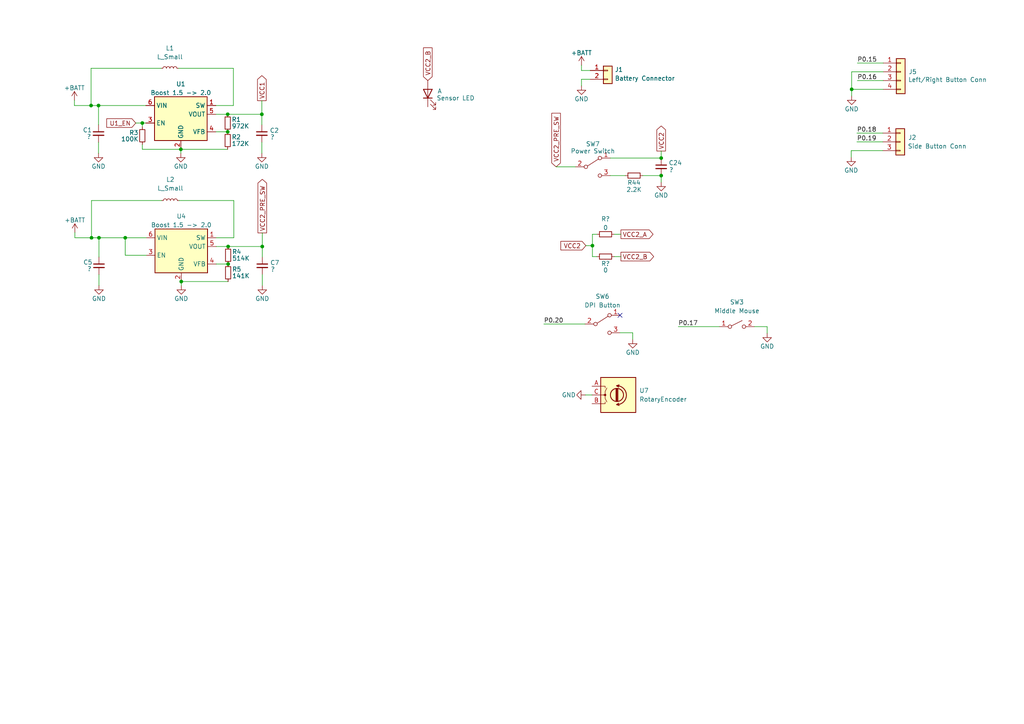
<source format=kicad_sch>
(kicad_sch (version 20211123) (generator eeschema)

  (uuid aeb891d0-2b5e-4823-9ff0-922853718b51)

  (paper "A4")

  (lib_symbols
    (symbol "Connector:TestPoint_Small" (pin_numbers hide) (pin_names (offset 0.762) hide) (in_bom yes) (on_board yes)
      (property "Reference" "TP" (id 0) (at 0 3.81 0)
        (effects (font (size 1.27 1.27)))
      )
      (property "Value" "TestPoint_Small" (id 1) (at 0 2.032 0)
        (effects (font (size 1.27 1.27)))
      )
      (property "Footprint" "" (id 2) (at 5.08 0 0)
        (effects (font (size 1.27 1.27)) hide)
      )
      (property "Datasheet" "~" (id 3) (at 5.08 0 0)
        (effects (font (size 1.27 1.27)) hide)
      )
      (property "ki_keywords" "test point tp" (id 4) (at 0 0 0)
        (effects (font (size 1.27 1.27)) hide)
      )
      (property "ki_description" "test point" (id 5) (at 0 0 0)
        (effects (font (size 1.27 1.27)) hide)
      )
      (property "ki_fp_filters" "Pin* Test*" (id 6) (at 0 0 0)
        (effects (font (size 1.27 1.27)) hide)
      )
      (symbol "TestPoint_Small_0_1"
        (circle (center 0 0) (radius 0.508)
          (stroke (width 0) (type default) (color 0 0 0 0))
          (fill (type none))
        )
      )
      (symbol "TestPoint_Small_1_1"
        (pin passive line (at 0 0 90) (length 0)
          (name "1" (effects (font (size 1.27 1.27))))
          (number "1" (effects (font (size 1.27 1.27))))
        )
      )
    )
    (symbol "Connector_Generic:Conn_01x02" (pin_names (offset 1.016) hide) (in_bom yes) (on_board yes)
      (property "Reference" "J" (id 0) (at 0 2.54 0)
        (effects (font (size 1.27 1.27)))
      )
      (property "Value" "Conn_01x02" (id 1) (at 0 -5.08 0)
        (effects (font (size 1.27 1.27)))
      )
      (property "Footprint" "" (id 2) (at 0 0 0)
        (effects (font (size 1.27 1.27)) hide)
      )
      (property "Datasheet" "~" (id 3) (at 0 0 0)
        (effects (font (size 1.27 1.27)) hide)
      )
      (property "ki_keywords" "connector" (id 4) (at 0 0 0)
        (effects (font (size 1.27 1.27)) hide)
      )
      (property "ki_description" "Generic connector, single row, 01x02, script generated (kicad-library-utils/schlib/autogen/connector/)" (id 5) (at 0 0 0)
        (effects (font (size 1.27 1.27)) hide)
      )
      (property "ki_fp_filters" "Connector*:*_1x??_*" (id 6) (at 0 0 0)
        (effects (font (size 1.27 1.27)) hide)
      )
      (symbol "Conn_01x02_1_1"
        (rectangle (start -1.27 -2.413) (end 0 -2.667)
          (stroke (width 0.1524) (type default) (color 0 0 0 0))
          (fill (type none))
        )
        (rectangle (start -1.27 0.127) (end 0 -0.127)
          (stroke (width 0.1524) (type default) (color 0 0 0 0))
          (fill (type none))
        )
        (rectangle (start -1.27 1.27) (end 1.27 -3.81)
          (stroke (width 0.254) (type default) (color 0 0 0 0))
          (fill (type background))
        )
        (pin passive line (at -5.08 0 0) (length 3.81)
          (name "Pin_1" (effects (font (size 1.27 1.27))))
          (number "1" (effects (font (size 1.27 1.27))))
        )
        (pin passive line (at -5.08 -2.54 0) (length 3.81)
          (name "Pin_2" (effects (font (size 1.27 1.27))))
          (number "2" (effects (font (size 1.27 1.27))))
        )
      )
    )
    (symbol "Connector_Generic:Conn_01x03" (pin_names (offset 1.016) hide) (in_bom yes) (on_board yes)
      (property "Reference" "J" (id 0) (at 0 5.08 0)
        (effects (font (size 1.27 1.27)))
      )
      (property "Value" "Conn_01x03" (id 1) (at 0 -5.08 0)
        (effects (font (size 1.27 1.27)))
      )
      (property "Footprint" "" (id 2) (at 0 0 0)
        (effects (font (size 1.27 1.27)) hide)
      )
      (property "Datasheet" "~" (id 3) (at 0 0 0)
        (effects (font (size 1.27 1.27)) hide)
      )
      (property "ki_keywords" "connector" (id 4) (at 0 0 0)
        (effects (font (size 1.27 1.27)) hide)
      )
      (property "ki_description" "Generic connector, single row, 01x03, script generated (kicad-library-utils/schlib/autogen/connector/)" (id 5) (at 0 0 0)
        (effects (font (size 1.27 1.27)) hide)
      )
      (property "ki_fp_filters" "Connector*:*_1x??_*" (id 6) (at 0 0 0)
        (effects (font (size 1.27 1.27)) hide)
      )
      (symbol "Conn_01x03_1_1"
        (rectangle (start -1.27 -2.413) (end 0 -2.667)
          (stroke (width 0.1524) (type default) (color 0 0 0 0))
          (fill (type none))
        )
        (rectangle (start -1.27 0.127) (end 0 -0.127)
          (stroke (width 0.1524) (type default) (color 0 0 0 0))
          (fill (type none))
        )
        (rectangle (start -1.27 2.667) (end 0 2.413)
          (stroke (width 0.1524) (type default) (color 0 0 0 0))
          (fill (type none))
        )
        (rectangle (start -1.27 3.81) (end 1.27 -3.81)
          (stroke (width 0.254) (type default) (color 0 0 0 0))
          (fill (type background))
        )
        (pin passive line (at -5.08 2.54 0) (length 3.81)
          (name "Pin_1" (effects (font (size 1.27 1.27))))
          (number "1" (effects (font (size 1.27 1.27))))
        )
        (pin passive line (at -5.08 0 0) (length 3.81)
          (name "Pin_2" (effects (font (size 1.27 1.27))))
          (number "2" (effects (font (size 1.27 1.27))))
        )
        (pin passive line (at -5.08 -2.54 0) (length 3.81)
          (name "Pin_3" (effects (font (size 1.27 1.27))))
          (number "3" (effects (font (size 1.27 1.27))))
        )
      )
    )
    (symbol "Connector_Generic:Conn_01x04" (pin_names (offset 1.016) hide) (in_bom yes) (on_board yes)
      (property "Reference" "J" (id 0) (at 0 5.08 0)
        (effects (font (size 1.27 1.27)))
      )
      (property "Value" "Conn_01x04" (id 1) (at 0 -7.62 0)
        (effects (font (size 1.27 1.27)))
      )
      (property "Footprint" "" (id 2) (at 0 0 0)
        (effects (font (size 1.27 1.27)) hide)
      )
      (property "Datasheet" "~" (id 3) (at 0 0 0)
        (effects (font (size 1.27 1.27)) hide)
      )
      (property "ki_keywords" "connector" (id 4) (at 0 0 0)
        (effects (font (size 1.27 1.27)) hide)
      )
      (property "ki_description" "Generic connector, single row, 01x04, script generated (kicad-library-utils/schlib/autogen/connector/)" (id 5) (at 0 0 0)
        (effects (font (size 1.27 1.27)) hide)
      )
      (property "ki_fp_filters" "Connector*:*_1x??_*" (id 6) (at 0 0 0)
        (effects (font (size 1.27 1.27)) hide)
      )
      (symbol "Conn_01x04_1_1"
        (rectangle (start -1.27 -4.953) (end 0 -5.207)
          (stroke (width 0.1524) (type default) (color 0 0 0 0))
          (fill (type none))
        )
        (rectangle (start -1.27 -2.413) (end 0 -2.667)
          (stroke (width 0.1524) (type default) (color 0 0 0 0))
          (fill (type none))
        )
        (rectangle (start -1.27 0.127) (end 0 -0.127)
          (stroke (width 0.1524) (type default) (color 0 0 0 0))
          (fill (type none))
        )
        (rectangle (start -1.27 2.667) (end 0 2.413)
          (stroke (width 0.1524) (type default) (color 0 0 0 0))
          (fill (type none))
        )
        (rectangle (start -1.27 3.81) (end 1.27 -6.35)
          (stroke (width 0.254) (type default) (color 0 0 0 0))
          (fill (type background))
        )
        (pin passive line (at -5.08 2.54 0) (length 3.81)
          (name "Pin_1" (effects (font (size 1.27 1.27))))
          (number "1" (effects (font (size 1.27 1.27))))
        )
        (pin passive line (at -5.08 0 0) (length 3.81)
          (name "Pin_2" (effects (font (size 1.27 1.27))))
          (number "2" (effects (font (size 1.27 1.27))))
        )
        (pin passive line (at -5.08 -2.54 0) (length 3.81)
          (name "Pin_3" (effects (font (size 1.27 1.27))))
          (number "3" (effects (font (size 1.27 1.27))))
        )
        (pin passive line (at -5.08 -5.08 0) (length 3.81)
          (name "Pin_4" (effects (font (size 1.27 1.27))))
          (number "4" (effects (font (size 1.27 1.27))))
        )
      )
    )
    (symbol "Device:C_Small" (pin_numbers hide) (pin_names (offset 0.254) hide) (in_bom yes) (on_board yes)
      (property "Reference" "C" (id 0) (at 0.254 1.778 0)
        (effects (font (size 1.27 1.27)) (justify left))
      )
      (property "Value" "C_Small" (id 1) (at 0.254 -2.032 0)
        (effects (font (size 1.27 1.27)) (justify left))
      )
      (property "Footprint" "" (id 2) (at 0 0 0)
        (effects (font (size 1.27 1.27)) hide)
      )
      (property "Datasheet" "~" (id 3) (at 0 0 0)
        (effects (font (size 1.27 1.27)) hide)
      )
      (property "ki_keywords" "capacitor cap" (id 4) (at 0 0 0)
        (effects (font (size 1.27 1.27)) hide)
      )
      (property "ki_description" "Unpolarized capacitor, small symbol" (id 5) (at 0 0 0)
        (effects (font (size 1.27 1.27)) hide)
      )
      (property "ki_fp_filters" "C_*" (id 6) (at 0 0 0)
        (effects (font (size 1.27 1.27)) hide)
      )
      (symbol "C_Small_0_1"
        (polyline
          (pts
            (xy -1.524 -0.508)
            (xy 1.524 -0.508)
          )
          (stroke (width 0.3302) (type default) (color 0 0 0 0))
          (fill (type none))
        )
        (polyline
          (pts
            (xy -1.524 0.508)
            (xy 1.524 0.508)
          )
          (stroke (width 0.3048) (type default) (color 0 0 0 0))
          (fill (type none))
        )
      )
      (symbol "C_Small_1_1"
        (pin passive line (at 0 2.54 270) (length 2.032)
          (name "~" (effects (font (size 1.27 1.27))))
          (number "1" (effects (font (size 1.27 1.27))))
        )
        (pin passive line (at 0 -2.54 90) (length 2.032)
          (name "~" (effects (font (size 1.27 1.27))))
          (number "2" (effects (font (size 1.27 1.27))))
        )
      )
    )
    (symbol "Device:Crystal_GND24_Small" (pin_names (offset 1.016) hide) (in_bom yes) (on_board yes)
      (property "Reference" "Y" (id 0) (at 1.27 4.445 0)
        (effects (font (size 1.27 1.27)) (justify left))
      )
      (property "Value" "Crystal_GND24_Small" (id 1) (at 1.27 2.54 0)
        (effects (font (size 1.27 1.27)) (justify left))
      )
      (property "Footprint" "" (id 2) (at 0 0 0)
        (effects (font (size 1.27 1.27)) hide)
      )
      (property "Datasheet" "~" (id 3) (at 0 0 0)
        (effects (font (size 1.27 1.27)) hide)
      )
      (property "ki_keywords" "quartz ceramic resonator oscillator" (id 4) (at 0 0 0)
        (effects (font (size 1.27 1.27)) hide)
      )
      (property "ki_description" "Four pin crystal, GND on pins 2 and 4, small symbol" (id 5) (at 0 0 0)
        (effects (font (size 1.27 1.27)) hide)
      )
      (property "ki_fp_filters" "Crystal*" (id 6) (at 0 0 0)
        (effects (font (size 1.27 1.27)) hide)
      )
      (symbol "Crystal_GND24_Small_0_1"
        (rectangle (start -0.762 -1.524) (end 0.762 1.524)
          (stroke (width 0) (type default) (color 0 0 0 0))
          (fill (type none))
        )
        (polyline
          (pts
            (xy -1.27 -0.762)
            (xy -1.27 0.762)
          )
          (stroke (width 0.381) (type default) (color 0 0 0 0))
          (fill (type none))
        )
        (polyline
          (pts
            (xy 1.27 -0.762)
            (xy 1.27 0.762)
          )
          (stroke (width 0.381) (type default) (color 0 0 0 0))
          (fill (type none))
        )
        (polyline
          (pts
            (xy -1.27 -1.27)
            (xy -1.27 -1.905)
            (xy 1.27 -1.905)
            (xy 1.27 -1.27)
          )
          (stroke (width 0) (type default) (color 0 0 0 0))
          (fill (type none))
        )
        (polyline
          (pts
            (xy -1.27 1.27)
            (xy -1.27 1.905)
            (xy 1.27 1.905)
            (xy 1.27 1.27)
          )
          (stroke (width 0) (type default) (color 0 0 0 0))
          (fill (type none))
        )
      )
      (symbol "Crystal_GND24_Small_1_1"
        (pin passive line (at -2.54 0 0) (length 1.27)
          (name "1" (effects (font (size 1.27 1.27))))
          (number "1" (effects (font (size 0.762 0.762))))
        )
        (pin passive line (at 0 -2.54 90) (length 0.635)
          (name "2" (effects (font (size 1.27 1.27))))
          (number "2" (effects (font (size 0.762 0.762))))
        )
        (pin passive line (at 2.54 0 180) (length 1.27)
          (name "3" (effects (font (size 1.27 1.27))))
          (number "3" (effects (font (size 0.762 0.762))))
        )
        (pin passive line (at 0 2.54 270) (length 0.635)
          (name "4" (effects (font (size 1.27 1.27))))
          (number "4" (effects (font (size 0.762 0.762))))
        )
      )
    )
    (symbol "Device:LED" (pin_numbers hide) (pin_names (offset 1.016) hide) (in_bom yes) (on_board yes)
      (property "Reference" "D" (id 0) (at 0 2.54 0)
        (effects (font (size 1.27 1.27)))
      )
      (property "Value" "LED" (id 1) (at 0 -2.54 0)
        (effects (font (size 1.27 1.27)))
      )
      (property "Footprint" "" (id 2) (at 0 0 0)
        (effects (font (size 1.27 1.27)) hide)
      )
      (property "Datasheet" "~" (id 3) (at 0 0 0)
        (effects (font (size 1.27 1.27)) hide)
      )
      (property "ki_keywords" "LED diode" (id 4) (at 0 0 0)
        (effects (font (size 1.27 1.27)) hide)
      )
      (property "ki_description" "Light emitting diode" (id 5) (at 0 0 0)
        (effects (font (size 1.27 1.27)) hide)
      )
      (property "ki_fp_filters" "LED* LED_SMD:* LED_THT:*" (id 6) (at 0 0 0)
        (effects (font (size 1.27 1.27)) hide)
      )
      (symbol "LED_0_1"
        (polyline
          (pts
            (xy -1.27 -1.27)
            (xy -1.27 1.27)
          )
          (stroke (width 0.254) (type default) (color 0 0 0 0))
          (fill (type none))
        )
        (polyline
          (pts
            (xy -1.27 0)
            (xy 1.27 0)
          )
          (stroke (width 0) (type default) (color 0 0 0 0))
          (fill (type none))
        )
        (polyline
          (pts
            (xy 1.27 -1.27)
            (xy 1.27 1.27)
            (xy -1.27 0)
            (xy 1.27 -1.27)
          )
          (stroke (width 0.254) (type default) (color 0 0 0 0))
          (fill (type none))
        )
        (polyline
          (pts
            (xy -3.048 -0.762)
            (xy -4.572 -2.286)
            (xy -3.81 -2.286)
            (xy -4.572 -2.286)
            (xy -4.572 -1.524)
          )
          (stroke (width 0) (type default) (color 0 0 0 0))
          (fill (type none))
        )
        (polyline
          (pts
            (xy -1.778 -0.762)
            (xy -3.302 -2.286)
            (xy -2.54 -2.286)
            (xy -3.302 -2.286)
            (xy -3.302 -1.524)
          )
          (stroke (width 0) (type default) (color 0 0 0 0))
          (fill (type none))
        )
      )
      (symbol "LED_1_1"
        (pin passive line (at -3.81 0 0) (length 2.54)
          (name "K" (effects (font (size 1.27 1.27))))
          (number "1" (effects (font (size 1.27 1.27))))
        )
        (pin passive line (at 3.81 0 180) (length 2.54)
          (name "A" (effects (font (size 1.27 1.27))))
          (number "2" (effects (font (size 1.27 1.27))))
        )
      )
    )
    (symbol "Device:L_Small" (pin_numbers hide) (pin_names (offset 0.254) hide) (in_bom yes) (on_board yes)
      (property "Reference" "L" (id 0) (at 0.762 1.016 0)
        (effects (font (size 1.27 1.27)) (justify left))
      )
      (property "Value" "L_Small" (id 1) (at 0.762 -1.016 0)
        (effects (font (size 1.27 1.27)) (justify left))
      )
      (property "Footprint" "" (id 2) (at 0 0 0)
        (effects (font (size 1.27 1.27)) hide)
      )
      (property "Datasheet" "~" (id 3) (at 0 0 0)
        (effects (font (size 1.27 1.27)) hide)
      )
      (property "ki_keywords" "inductor choke coil reactor magnetic" (id 4) (at 0 0 0)
        (effects (font (size 1.27 1.27)) hide)
      )
      (property "ki_description" "Inductor, small symbol" (id 5) (at 0 0 0)
        (effects (font (size 1.27 1.27)) hide)
      )
      (property "ki_fp_filters" "Choke_* *Coil* Inductor_* L_*" (id 6) (at 0 0 0)
        (effects (font (size 1.27 1.27)) hide)
      )
      (symbol "L_Small_0_1"
        (arc (start 0 -2.032) (mid 0.508 -1.524) (end 0 -1.016)
          (stroke (width 0) (type default) (color 0 0 0 0))
          (fill (type none))
        )
        (arc (start 0 -1.016) (mid 0.508 -0.508) (end 0 0)
          (stroke (width 0) (type default) (color 0 0 0 0))
          (fill (type none))
        )
        (arc (start 0 0) (mid 0.508 0.508) (end 0 1.016)
          (stroke (width 0) (type default) (color 0 0 0 0))
          (fill (type none))
        )
        (arc (start 0 1.016) (mid 0.508 1.524) (end 0 2.032)
          (stroke (width 0) (type default) (color 0 0 0 0))
          (fill (type none))
        )
      )
      (symbol "L_Small_1_1"
        (pin passive line (at 0 2.54 270) (length 0.508)
          (name "~" (effects (font (size 1.27 1.27))))
          (number "1" (effects (font (size 1.27 1.27))))
        )
        (pin passive line (at 0 -2.54 90) (length 0.508)
          (name "~" (effects (font (size 1.27 1.27))))
          (number "2" (effects (font (size 1.27 1.27))))
        )
      )
    )
    (symbol "Device:R_Small" (pin_numbers hide) (pin_names (offset 0.254) hide) (in_bom yes) (on_board yes)
      (property "Reference" "R" (id 0) (at 0.762 0.508 0)
        (effects (font (size 1.27 1.27)) (justify left))
      )
      (property "Value" "R_Small" (id 1) (at 0.762 -1.016 0)
        (effects (font (size 1.27 1.27)) (justify left))
      )
      (property "Footprint" "" (id 2) (at 0 0 0)
        (effects (font (size 1.27 1.27)) hide)
      )
      (property "Datasheet" "~" (id 3) (at 0 0 0)
        (effects (font (size 1.27 1.27)) hide)
      )
      (property "ki_keywords" "R resistor" (id 4) (at 0 0 0)
        (effects (font (size 1.27 1.27)) hide)
      )
      (property "ki_description" "Resistor, small symbol" (id 5) (at 0 0 0)
        (effects (font (size 1.27 1.27)) hide)
      )
      (property "ki_fp_filters" "R_*" (id 6) (at 0 0 0)
        (effects (font (size 1.27 1.27)) hide)
      )
      (symbol "R_Small_0_1"
        (rectangle (start -0.762 1.778) (end 0.762 -1.778)
          (stroke (width 0.2032) (type default) (color 0 0 0 0))
          (fill (type none))
        )
      )
      (symbol "R_Small_1_1"
        (pin passive line (at 0 2.54 270) (length 0.762)
          (name "~" (effects (font (size 1.27 1.27))))
          (number "1" (effects (font (size 1.27 1.27))))
        )
        (pin passive line (at 0 -2.54 90) (length 0.762)
          (name "~" (effects (font (size 1.27 1.27))))
          (number "2" (effects (font (size 1.27 1.27))))
        )
      )
    )
    (symbol "Device:RotaryEncoder" (pin_names (offset 0.254) hide) (in_bom yes) (on_board yes)
      (property "Reference" "SW" (id 0) (at 0 6.604 0)
        (effects (font (size 1.27 1.27)))
      )
      (property "Value" "RotaryEncoder" (id 1) (at 0 -6.604 0)
        (effects (font (size 1.27 1.27)))
      )
      (property "Footprint" "" (id 2) (at -3.81 4.064 0)
        (effects (font (size 1.27 1.27)) hide)
      )
      (property "Datasheet" "~" (id 3) (at 0 6.604 0)
        (effects (font (size 1.27 1.27)) hide)
      )
      (property "ki_keywords" "rotary switch encoder" (id 4) (at 0 0 0)
        (effects (font (size 1.27 1.27)) hide)
      )
      (property "ki_description" "Rotary encoder, dual channel, incremental quadrate outputs" (id 5) (at 0 0 0)
        (effects (font (size 1.27 1.27)) hide)
      )
      (property "ki_fp_filters" "RotaryEncoder*" (id 6) (at 0 0 0)
        (effects (font (size 1.27 1.27)) hide)
      )
      (symbol "RotaryEncoder_0_1"
        (rectangle (start -5.08 5.08) (end 5.08 -5.08)
          (stroke (width 0.254) (type default) (color 0 0 0 0))
          (fill (type background))
        )
        (circle (center -3.81 0) (radius 0.254)
          (stroke (width 0) (type default) (color 0 0 0 0))
          (fill (type outline))
        )
        (arc (start -0.381 -2.794) (mid 2.3622 -0.0508) (end -0.381 2.667)
          (stroke (width 0.254) (type default) (color 0 0 0 0))
          (fill (type none))
        )
        (circle (center -0.381 0) (radius 1.905)
          (stroke (width 0.254) (type default) (color 0 0 0 0))
          (fill (type none))
        )
        (polyline
          (pts
            (xy -0.635 -1.778)
            (xy -0.635 1.778)
          )
          (stroke (width 0.254) (type default) (color 0 0 0 0))
          (fill (type none))
        )
        (polyline
          (pts
            (xy -0.381 -1.778)
            (xy -0.381 1.778)
          )
          (stroke (width 0.254) (type default) (color 0 0 0 0))
          (fill (type none))
        )
        (polyline
          (pts
            (xy -0.127 1.778)
            (xy -0.127 -1.778)
          )
          (stroke (width 0.254) (type default) (color 0 0 0 0))
          (fill (type none))
        )
        (polyline
          (pts
            (xy -5.08 -2.54)
            (xy -3.81 -2.54)
            (xy -3.81 -2.032)
          )
          (stroke (width 0) (type default) (color 0 0 0 0))
          (fill (type none))
        )
        (polyline
          (pts
            (xy -5.08 2.54)
            (xy -3.81 2.54)
            (xy -3.81 2.032)
          )
          (stroke (width 0) (type default) (color 0 0 0 0))
          (fill (type none))
        )
        (polyline
          (pts
            (xy 0.254 -3.048)
            (xy -0.508 -2.794)
            (xy 0.127 -2.413)
          )
          (stroke (width 0.254) (type default) (color 0 0 0 0))
          (fill (type none))
        )
        (polyline
          (pts
            (xy 0.254 2.921)
            (xy -0.508 2.667)
            (xy 0.127 2.286)
          )
          (stroke (width 0.254) (type default) (color 0 0 0 0))
          (fill (type none))
        )
        (polyline
          (pts
            (xy -5.08 0)
            (xy -3.81 0)
            (xy -3.81 -1.016)
            (xy -3.302 -2.032)
          )
          (stroke (width 0) (type default) (color 0 0 0 0))
          (fill (type none))
        )
        (polyline
          (pts
            (xy -4.318 0)
            (xy -3.81 0)
            (xy -3.81 1.016)
            (xy -3.302 2.032)
          )
          (stroke (width 0) (type default) (color 0 0 0 0))
          (fill (type none))
        )
      )
      (symbol "RotaryEncoder_1_1"
        (pin passive line (at -7.62 2.54 0) (length 2.54)
          (name "A" (effects (font (size 1.27 1.27))))
          (number "A" (effects (font (size 1.27 1.27))))
        )
        (pin passive line (at -7.62 -2.54 0) (length 2.54)
          (name "B" (effects (font (size 1.27 1.27))))
          (number "B" (effects (font (size 1.27 1.27))))
        )
        (pin passive line (at -7.62 0 0) (length 2.54)
          (name "C" (effects (font (size 1.27 1.27))))
          (number "C" (effects (font (size 1.27 1.27))))
        )
      )
    )
    (symbol "MCU_Nordic:nRF52810-QFxx" (in_bom yes) (on_board yes)
      (property "Reference" "U" (id 0) (at 0 1.27 0)
        (effects (font (size 1.27 1.27)))
      )
      (property "Value" "nRF52810-QFxx" (id 1) (at 0 -1.27 0)
        (effects (font (size 1.27 1.27)))
      )
      (property "Footprint" "Package_DFN_QFN:QFN-48-1EP_6x6mm_P0.4mm_EP4.6x4.6mm" (id 2) (at 0 -52.07 0)
        (effects (font (size 1.27 1.27)) hide)
      )
      (property "Datasheet" "http://infocenter.nordicsemi.com/pdf/nRF52810_PS_v1.1.pdf" (id 3) (at -12.7 5.08 0)
        (effects (font (size 1.27 1.27)) hide)
      )
      (property "ki_keywords" "MCU, ARM, BLE, 2.4GHz" (id 4) (at 0 0 0)
        (effects (font (size 1.27 1.27)) hide)
      )
      (property "ki_description" "Multiprotocol BLE/2.4GHz Cortex-M4 SoC, QFN-48" (id 5) (at 0 0 0)
        (effects (font (size 1.27 1.27)) hide)
      )
      (property "ki_fp_filters" "QFN*1EP*6x6mm*P0.4mm*" (id 6) (at 0 0 0)
        (effects (font (size 1.27 1.27)) hide)
      )
      (symbol "nRF52810-QFxx_0_1"
        (rectangle (start -20.32 40.64) (end 20.32 -40.64)
          (stroke (width 0.254) (type default) (color 0 0 0 0))
          (fill (type background))
        )
      )
      (symbol "nRF52810-QFxx_1_1"
        (pin passive line (at -12.7 43.18 270) (length 2.54)
          (name "DEC1" (effects (font (size 1.27 1.27))))
          (number "1" (effects (font (size 1.27 1.27))))
        )
        (pin bidirectional line (at 22.86 17.78 180) (length 2.54)
          (name "P0.08" (effects (font (size 1.27 1.27))))
          (number "10" (effects (font (size 1.27 1.27))))
        )
        (pin bidirectional line (at 22.86 15.24 180) (length 2.54)
          (name "P0.09" (effects (font (size 1.27 1.27))))
          (number "11" (effects (font (size 1.27 1.27))))
        )
        (pin bidirectional line (at 22.86 12.7 180) (length 2.54)
          (name "P0.10" (effects (font (size 1.27 1.27))))
          (number "12" (effects (font (size 1.27 1.27))))
        )
        (pin power_in line (at 0 43.18 270) (length 2.54)
          (name "VDD" (effects (font (size 1.27 1.27))))
          (number "13" (effects (font (size 1.27 1.27))))
        )
        (pin bidirectional line (at 22.86 10.16 180) (length 2.54)
          (name "P0.11" (effects (font (size 1.27 1.27))))
          (number "14" (effects (font (size 1.27 1.27))))
        )
        (pin bidirectional line (at 22.86 7.62 180) (length 2.54)
          (name "P0.12" (effects (font (size 1.27 1.27))))
          (number "15" (effects (font (size 1.27 1.27))))
        )
        (pin bidirectional line (at 22.86 5.08 180) (length 2.54)
          (name "P0.13" (effects (font (size 1.27 1.27))))
          (number "16" (effects (font (size 1.27 1.27))))
        )
        (pin bidirectional line (at 22.86 2.54 180) (length 2.54)
          (name "P0.14" (effects (font (size 1.27 1.27))))
          (number "17" (effects (font (size 1.27 1.27))))
        )
        (pin bidirectional line (at 22.86 0 180) (length 2.54)
          (name "P0.15" (effects (font (size 1.27 1.27))))
          (number "18" (effects (font (size 1.27 1.27))))
        )
        (pin bidirectional line (at 22.86 -2.54 180) (length 2.54)
          (name "P0.16" (effects (font (size 1.27 1.27))))
          (number "19" (effects (font (size 1.27 1.27))))
        )
        (pin bidirectional line (at 22.86 38.1 180) (length 2.54)
          (name "P0.00/XL1" (effects (font (size 1.27 1.27))))
          (number "2" (effects (font (size 1.27 1.27))))
        )
        (pin bidirectional line (at 22.86 -5.08 180) (length 2.54)
          (name "P0.17" (effects (font (size 1.27 1.27))))
          (number "20" (effects (font (size 1.27 1.27))))
        )
        (pin bidirectional line (at 22.86 -7.62 180) (length 2.54)
          (name "P0.18" (effects (font (size 1.27 1.27))))
          (number "21" (effects (font (size 1.27 1.27))))
        )
        (pin bidirectional line (at 22.86 -10.16 180) (length 2.54)
          (name "P0.19" (effects (font (size 1.27 1.27))))
          (number "22" (effects (font (size 1.27 1.27))))
        )
        (pin bidirectional line (at 22.86 -12.7 180) (length 2.54)
          (name "P0.20" (effects (font (size 1.27 1.27))))
          (number "23" (effects (font (size 1.27 1.27))))
        )
        (pin bidirectional line (at -22.86 -15.24 0) (length 2.54)
          (name "P0.21/~{RESET}" (effects (font (size 1.27 1.27))))
          (number "24" (effects (font (size 1.27 1.27))))
        )
        (pin input line (at -22.86 -17.78 0) (length 2.54)
          (name "SWDCLK" (effects (font (size 1.27 1.27))))
          (number "25" (effects (font (size 1.27 1.27))))
        )
        (pin bidirectional line (at -22.86 -20.32 0) (length 2.54)
          (name "SWDIO" (effects (font (size 1.27 1.27))))
          (number "26" (effects (font (size 1.27 1.27))))
        )
        (pin bidirectional line (at 22.86 -15.24 180) (length 2.54)
          (name "P0.22" (effects (font (size 1.27 1.27))))
          (number "27" (effects (font (size 1.27 1.27))))
        )
        (pin bidirectional line (at 22.86 -17.78 180) (length 2.54)
          (name "P0.23" (effects (font (size 1.27 1.27))))
          (number "28" (effects (font (size 1.27 1.27))))
        )
        (pin bidirectional line (at 22.86 -20.32 180) (length 2.54)
          (name "P0.24" (effects (font (size 1.27 1.27))))
          (number "29" (effects (font (size 1.27 1.27))))
        )
        (pin bidirectional line (at 22.86 35.56 180) (length 2.54)
          (name "P0.01/XL2" (effects (font (size 1.27 1.27))))
          (number "3" (effects (font (size 1.27 1.27))))
        )
        (pin passive line (at -22.86 17.78 0) (length 2.54)
          (name "ANT" (effects (font (size 1.27 1.27))))
          (number "30" (effects (font (size 1.27 1.27))))
        )
        (pin power_in line (at 0 -43.18 90) (length 2.54)
          (name "VSS" (effects (font (size 1.27 1.27))))
          (number "31" (effects (font (size 1.27 1.27))))
        )
        (pin passive line (at -10.16 43.18 270) (length 2.54)
          (name "DEC2" (effects (font (size 1.27 1.27))))
          (number "32" (effects (font (size 1.27 1.27))))
        )
        (pin passive line (at -7.62 43.18 270) (length 2.54)
          (name "DEC3" (effects (font (size 1.27 1.27))))
          (number "33" (effects (font (size 1.27 1.27))))
        )
        (pin input line (at -22.86 5.08 0) (length 2.54)
          (name "XC1" (effects (font (size 1.27 1.27))))
          (number "34" (effects (font (size 1.27 1.27))))
        )
        (pin input line (at -22.86 -5.08 0) (length 2.54)
          (name "XC2" (effects (font (size 1.27 1.27))))
          (number "35" (effects (font (size 1.27 1.27))))
        )
        (pin passive line (at 0 43.18 270) (length 2.54) hide
          (name "VDD" (effects (font (size 1.27 1.27))))
          (number "36" (effects (font (size 1.27 1.27))))
        )
        (pin bidirectional line (at 22.86 -22.86 180) (length 2.54)
          (name "P0.25" (effects (font (size 1.27 1.27))))
          (number "37" (effects (font (size 1.27 1.27))))
        )
        (pin bidirectional line (at 22.86 -25.4 180) (length 2.54)
          (name "P0.26" (effects (font (size 1.27 1.27))))
          (number "38" (effects (font (size 1.27 1.27))))
        )
        (pin bidirectional line (at 22.86 -27.94 180) (length 2.54)
          (name "P0.27" (effects (font (size 1.27 1.27))))
          (number "39" (effects (font (size 1.27 1.27))))
        )
        (pin bidirectional line (at 22.86 33.02 180) (length 2.54)
          (name "P0.02/AIN0" (effects (font (size 1.27 1.27))))
          (number "4" (effects (font (size 1.27 1.27))))
        )
        (pin bidirectional line (at 22.86 -30.48 180) (length 2.54)
          (name "P0.28/AIN4" (effects (font (size 1.27 1.27))))
          (number "40" (effects (font (size 1.27 1.27))))
        )
        (pin bidirectional line (at 22.86 -33.02 180) (length 2.54)
          (name "P0.29/AIN5" (effects (font (size 1.27 1.27))))
          (number "41" (effects (font (size 1.27 1.27))))
        )
        (pin bidirectional line (at 22.86 -35.56 180) (length 2.54)
          (name "P0.30/AIN6" (effects (font (size 1.27 1.27))))
          (number "42" (effects (font (size 1.27 1.27))))
        )
        (pin bidirectional line (at 22.86 -38.1 180) (length 2.54)
          (name "P0.31/AIN7" (effects (font (size 1.27 1.27))))
          (number "43" (effects (font (size 1.27 1.27))))
        )
        (pin no_connect line (at -20.32 -30.48 0) (length 2.54) hide
          (name "NC" (effects (font (size 1.27 1.27))))
          (number "44" (effects (font (size 1.27 1.27))))
        )
        (pin passive line (at 0 -43.18 90) (length 2.54) hide
          (name "VSS" (effects (font (size 1.27 1.27))))
          (number "45" (effects (font (size 1.27 1.27))))
        )
        (pin passive line (at -5.08 43.18 270) (length 2.54)
          (name "DEC4" (effects (font (size 1.27 1.27))))
          (number "46" (effects (font (size 1.27 1.27))))
        )
        (pin power_out line (at 5.08 43.18 270) (length 2.54)
          (name "DCC" (effects (font (size 1.27 1.27))))
          (number "47" (effects (font (size 1.27 1.27))))
        )
        (pin passive line (at 0 43.18 270) (length 2.54) hide
          (name "VDD" (effects (font (size 1.27 1.27))))
          (number "48" (effects (font (size 1.27 1.27))))
        )
        (pin passive line (at 0 -43.18 90) (length 2.54) hide
          (name "VSS" (effects (font (size 1.27 1.27))))
          (number "49" (effects (font (size 1.27 1.27))))
        )
        (pin bidirectional line (at 22.86 30.48 180) (length 2.54)
          (name "P0.03/AIN1" (effects (font (size 1.27 1.27))))
          (number "5" (effects (font (size 1.27 1.27))))
        )
        (pin bidirectional line (at 22.86 27.94 180) (length 2.54)
          (name "P0.04/AIN2" (effects (font (size 1.27 1.27))))
          (number "6" (effects (font (size 1.27 1.27))))
        )
        (pin bidirectional line (at 22.86 25.4 180) (length 2.54)
          (name "P0.05/AIN3" (effects (font (size 1.27 1.27))))
          (number "7" (effects (font (size 1.27 1.27))))
        )
        (pin bidirectional line (at 22.86 22.86 180) (length 2.54)
          (name "P0.06" (effects (font (size 1.27 1.27))))
          (number "8" (effects (font (size 1.27 1.27))))
        )
        (pin bidirectional line (at 22.86 20.32 180) (length 2.54)
          (name "P0.07" (effects (font (size 1.27 1.27))))
          (number "9" (effects (font (size 1.27 1.27))))
        )
      )
    )
    (symbol "Regulator_Switching:MCP1640BCH" (in_bom yes) (on_board yes)
      (property "Reference" "U" (id 0) (at -7.62 8.89 0)
        (effects (font (size 1.27 1.27)) (justify left))
      )
      (property "Value" "MCP1640BCH" (id 1) (at -1.27 8.89 0)
        (effects (font (size 1.27 1.27)) (justify left))
      )
      (property "Footprint" "Package_TO_SOT_SMD:SOT-23-6" (id 2) (at 1.27 -6.35 0)
        (effects (font (size 1.27 1.27) italic) (justify left) hide)
      )
      (property "Datasheet" "http://ww1.microchip.com/downloads/en/DeviceDoc/20002234D.pdf" (id 3) (at -6.35 11.43 0)
        (effects (font (size 1.27 1.27)) hide)
      )
      (property "ki_keywords" "Step-Up Boost DC-DC Regulator Adjustable" (id 4) (at 0 0 0)
        (effects (font (size 1.27 1.27)) hide)
      )
      (property "ki_description" "Synchronous Boost Regulator, Adjustable Output 2.0V-5.5V, PWM Only True Disconnect, SOT-23" (id 5) (at 0 0 0)
        (effects (font (size 1.27 1.27)) hide)
      )
      (property "ki_fp_filters" "SOT?23*" (id 6) (at 0 0 0)
        (effects (font (size 1.27 1.27)) hide)
      )
      (symbol "MCP1640BCH_0_1"
        (rectangle (start -7.62 7.62) (end 7.62 -5.08)
          (stroke (width 0.254) (type default) (color 0 0 0 0))
          (fill (type background))
        )
      )
      (symbol "MCP1640BCH_1_1"
        (pin input line (at 10.16 5.08 180) (length 2.54)
          (name "SW" (effects (font (size 1.27 1.27))))
          (number "1" (effects (font (size 1.27 1.27))))
        )
        (pin power_in line (at 0 -7.62 90) (length 2.54)
          (name "GND" (effects (font (size 1.27 1.27))))
          (number "2" (effects (font (size 1.27 1.27))))
        )
        (pin input line (at -10.16 0 0) (length 2.54)
          (name "EN" (effects (font (size 1.27 1.27))))
          (number "3" (effects (font (size 1.27 1.27))))
        )
        (pin input line (at 10.16 -2.54 180) (length 2.54)
          (name "VFB" (effects (font (size 1.27 1.27))))
          (number "4" (effects (font (size 1.27 1.27))))
        )
        (pin power_out line (at 10.16 2.54 180) (length 2.54)
          (name "VOUT" (effects (font (size 1.27 1.27))))
          (number "5" (effects (font (size 1.27 1.27))))
        )
        (pin power_in line (at -10.16 5.08 0) (length 2.54)
          (name "VIN" (effects (font (size 1.27 1.27))))
          (number "6" (effects (font (size 1.27 1.27))))
        )
      )
    )
    (symbol "Switch:SW_SPDT" (pin_names (offset 0) hide) (in_bom yes) (on_board yes)
      (property "Reference" "SW" (id 0) (at 0 4.318 0)
        (effects (font (size 1.27 1.27)))
      )
      (property "Value" "SW_SPDT" (id 1) (at 0 -5.08 0)
        (effects (font (size 1.27 1.27)))
      )
      (property "Footprint" "" (id 2) (at 0 0 0)
        (effects (font (size 1.27 1.27)) hide)
      )
      (property "Datasheet" "~" (id 3) (at 0 0 0)
        (effects (font (size 1.27 1.27)) hide)
      )
      (property "ki_keywords" "switch single-pole double-throw spdt ON-ON" (id 4) (at 0 0 0)
        (effects (font (size 1.27 1.27)) hide)
      )
      (property "ki_description" "Switch, single pole double throw" (id 5) (at 0 0 0)
        (effects (font (size 1.27 1.27)) hide)
      )
      (symbol "SW_SPDT_0_0"
        (circle (center -2.032 0) (radius 0.508)
          (stroke (width 0) (type default) (color 0 0 0 0))
          (fill (type none))
        )
        (circle (center 2.032 -2.54) (radius 0.508)
          (stroke (width 0) (type default) (color 0 0 0 0))
          (fill (type none))
        )
      )
      (symbol "SW_SPDT_0_1"
        (polyline
          (pts
            (xy -1.524 0.254)
            (xy 1.651 2.286)
          )
          (stroke (width 0) (type default) (color 0 0 0 0))
          (fill (type none))
        )
        (circle (center 2.032 2.54) (radius 0.508)
          (stroke (width 0) (type default) (color 0 0 0 0))
          (fill (type none))
        )
      )
      (symbol "SW_SPDT_1_1"
        (pin passive line (at 5.08 2.54 180) (length 2.54)
          (name "A" (effects (font (size 1.27 1.27))))
          (number "1" (effects (font (size 1.27 1.27))))
        )
        (pin passive line (at -5.08 0 0) (length 2.54)
          (name "B" (effects (font (size 1.27 1.27))))
          (number "2" (effects (font (size 1.27 1.27))))
        )
        (pin passive line (at 5.08 -2.54 180) (length 2.54)
          (name "C" (effects (font (size 1.27 1.27))))
          (number "3" (effects (font (size 1.27 1.27))))
        )
      )
    )
    (symbol "Switch:SW_SPST" (pin_names (offset 0) hide) (in_bom yes) (on_board yes)
      (property "Reference" "SW" (id 0) (at 0 3.175 0)
        (effects (font (size 1.27 1.27)))
      )
      (property "Value" "SW_SPST" (id 1) (at 0 -2.54 0)
        (effects (font (size 1.27 1.27)))
      )
      (property "Footprint" "" (id 2) (at 0 0 0)
        (effects (font (size 1.27 1.27)) hide)
      )
      (property "Datasheet" "~" (id 3) (at 0 0 0)
        (effects (font (size 1.27 1.27)) hide)
      )
      (property "ki_keywords" "switch lever" (id 4) (at 0 0 0)
        (effects (font (size 1.27 1.27)) hide)
      )
      (property "ki_description" "Single Pole Single Throw (SPST) switch" (id 5) (at 0 0 0)
        (effects (font (size 1.27 1.27)) hide)
      )
      (symbol "SW_SPST_0_0"
        (circle (center -2.032 0) (radius 0.508)
          (stroke (width 0) (type default) (color 0 0 0 0))
          (fill (type none))
        )
        (polyline
          (pts
            (xy -1.524 0.254)
            (xy 1.524 1.778)
          )
          (stroke (width 0) (type default) (color 0 0 0 0))
          (fill (type none))
        )
        (circle (center 2.032 0) (radius 0.508)
          (stroke (width 0) (type default) (color 0 0 0 0))
          (fill (type none))
        )
      )
      (symbol "SW_SPST_1_1"
        (pin passive line (at -5.08 0 0) (length 2.54)
          (name "A" (effects (font (size 1.27 1.27))))
          (number "1" (effects (font (size 1.27 1.27))))
        )
        (pin passive line (at 5.08 0 180) (length 2.54)
          (name "B" (effects (font (size 1.27 1.27))))
          (number "2" (effects (font (size 1.27 1.27))))
        )
      )
    )
    (symbol "power:+BATT" (power) (pin_names (offset 0)) (in_bom yes) (on_board yes)
      (property "Reference" "#PWR" (id 0) (at 0 -3.81 0)
        (effects (font (size 1.27 1.27)) hide)
      )
      (property "Value" "+BATT" (id 1) (at 0 3.556 0)
        (effects (font (size 1.27 1.27)))
      )
      (property "Footprint" "" (id 2) (at 0 0 0)
        (effects (font (size 1.27 1.27)) hide)
      )
      (property "Datasheet" "" (id 3) (at 0 0 0)
        (effects (font (size 1.27 1.27)) hide)
      )
      (property "ki_keywords" "power-flag battery" (id 4) (at 0 0 0)
        (effects (font (size 1.27 1.27)) hide)
      )
      (property "ki_description" "Power symbol creates a global label with name \"+BATT\"" (id 5) (at 0 0 0)
        (effects (font (size 1.27 1.27)) hide)
      )
      (symbol "+BATT_0_1"
        (polyline
          (pts
            (xy -0.762 1.27)
            (xy 0 2.54)
          )
          (stroke (width 0) (type default) (color 0 0 0 0))
          (fill (type none))
        )
        (polyline
          (pts
            (xy 0 0)
            (xy 0 2.54)
          )
          (stroke (width 0) (type default) (color 0 0 0 0))
          (fill (type none))
        )
        (polyline
          (pts
            (xy 0 2.54)
            (xy 0.762 1.27)
          )
          (stroke (width 0) (type default) (color 0 0 0 0))
          (fill (type none))
        )
      )
      (symbol "+BATT_1_1"
        (pin power_in line (at 0 0 90) (length 0) hide
          (name "+BATT" (effects (font (size 1.27 1.27))))
          (number "1" (effects (font (size 1.27 1.27))))
        )
      )
    )
    (symbol "power:GND" (power) (pin_names (offset 0)) (in_bom yes) (on_board yes)
      (property "Reference" "#PWR" (id 0) (at 0 -6.35 0)
        (effects (font (size 1.27 1.27)) hide)
      )
      (property "Value" "GND" (id 1) (at 0 -3.81 0)
        (effects (font (size 1.27 1.27)))
      )
      (property "Footprint" "" (id 2) (at 0 0 0)
        (effects (font (size 1.27 1.27)) hide)
      )
      (property "Datasheet" "" (id 3) (at 0 0 0)
        (effects (font (size 1.27 1.27)) hide)
      )
      (property "ki_keywords" "power-flag" (id 4) (at 0 0 0)
        (effects (font (size 1.27 1.27)) hide)
      )
      (property "ki_description" "Power symbol creates a global label with name \"GND\" , ground" (id 5) (at 0 0 0)
        (effects (font (size 1.27 1.27)) hide)
      )
      (symbol "GND_0_1"
        (polyline
          (pts
            (xy 0 0)
            (xy 0 -1.27)
            (xy 1.27 -1.27)
            (xy 0 -2.54)
            (xy -1.27 -1.27)
            (xy 0 -1.27)
          )
          (stroke (width 0) (type default) (color 0 0 0 0))
          (fill (type none))
        )
      )
      (symbol "GND_1_1"
        (pin power_in line (at 0 0 270) (length 0) hide
          (name "GND" (effects (font (size 1.27 1.27))))
          (number "1" (effects (font (size 1.27 1.27))))
        )
      )
    )
  )

  (junction (at -152.4 59.563) (diameter 0) (color 0 0 0 0)
    (uuid 07a75f2c-a4d7-4a73-bdb8-9c855f07d3c9)
  )
  (junction (at 76.073 71.501) (diameter 0) (color 0 0 0 0)
    (uuid 089a46fb-5932-488d-bff2-125c362b43ec)
  )
  (junction (at 41.275 35.687) (diameter 0) (color 0 0 0 0)
    (uuid 08e27c82-f095-4d17-81bd-e4b9f4755e20)
  )
  (junction (at -145.161 -4.826) (diameter 0) (color 0 0 0 0)
    (uuid 1a90ef9b-b204-4b74-9403-e2e87c26197a)
  )
  (junction (at 52.578 81.661) (diameter 0) (color 0 0 0 0)
    (uuid 2775b2d5-fe57-42c4-a298-5b4523ebed5e)
  )
  (junction (at 247.015 25.908) (diameter 0) (color 0 0 0 0)
    (uuid 34f825d4-4c3c-44b4-aa3d-698bc7cd3ebd)
  )
  (junction (at -152.4 54.483) (diameter 0) (color 0 0 0 0)
    (uuid 5fda871b-0d07-4f87-9bb5-be65bcc28609)
  )
  (junction (at 191.77 45.847) (diameter 0) (color 0 0 0 0)
    (uuid 723f38b0-e4e7-487e-87ac-5f49adb14b72)
  )
  (junction (at 171.831 71.247) (diameter 0) (color 0 0 0 0)
    (uuid 7830c092-2c28-4d26-b7a3-cef26d3d36b7)
  )
  (junction (at -145.161 3.175) (diameter 0) (color 0 0 0 0)
    (uuid 7dd66498-d534-4ac4-a6e6-3077b4030ddf)
  )
  (junction (at 66.04 33.147) (diameter 0) (color 0 0 0 0)
    (uuid 9547b2ba-a946-4297-810e-23b143d53e8c)
  )
  (junction (at 36.322 68.961) (diameter 0) (color 0 0 0 0)
    (uuid 974ce171-ba9e-4fc6-a4bc-15d953396775)
  )
  (junction (at 26.416 30.607) (diameter 0) (color 0 0 0 0)
    (uuid 994d9fe8-536c-4b24-b1a5-dbf0297d315c)
  )
  (junction (at -136.525 36.703) (diameter 0) (color 0 0 0 0)
    (uuid 9c7c13fe-10b5-4599-b0d5-361c24ab5fbf)
  )
  (junction (at -143.002 72.263) (diameter 0) (color 0 0 0 0)
    (uuid a174d5d5-8af1-4444-b6bf-0c299d7e6da2)
  )
  (junction (at 28.575 30.607) (diameter 0) (color 0 0 0 0)
    (uuid a562359d-b591-4b24-9328-fa0cd6aa9c88)
  )
  (junction (at 28.702 68.961) (diameter 0) (color 0 0 0 0)
    (uuid a64fa9ed-1b39-44d9-897b-124f99253142)
  )
  (junction (at -145.542 54.483) (diameter 0) (color 0 0 0 0)
    (uuid abc5fd53-b8fe-460a-ba87-650e196d809c)
  )
  (junction (at -110.236 -15.875) (diameter 0) (color 0 0 0 0)
    (uuid ae73a66b-2c70-4466-9ae0-96f9d35f48d5)
  )
  (junction (at -55.118 4.064) (diameter 0) (color 0 0 0 0)
    (uuid b58c0b84-41cc-426b-a712-3235493ce727)
  )
  (junction (at -55.118 -3.302) (diameter 0) (color 0 0 0 0)
    (uuid b8083452-584f-4401-9194-3ff261f9097b)
  )
  (junction (at 191.77 50.927) (diameter 0) (color 0 0 0 0)
    (uuid c9c165a3-1319-49cf-ab8d-82012fd80da0)
  )
  (junction (at 66.167 71.501) (diameter 0) (color 0 0 0 0)
    (uuid d8dc3f68-06e8-4480-8923-0dc79159af5e)
  )
  (junction (at 26.543 68.961) (diameter 0) (color 0 0 0 0)
    (uuid de60f73e-0a5e-43eb-ac04-faca51f8f052)
  )
  (junction (at -141.097 49.403) (diameter 0) (color 0 0 0 0)
    (uuid ee6632f9-d6ea-48a3-baa7-8c56f8c14543)
  )
  (junction (at 66.167 76.581) (diameter 0) (color 0 0 0 0)
    (uuid f347b9ea-7632-41b5-8c04-f1ae77d03209)
  )
  (junction (at 52.451 43.307) (diameter 0) (color 0 0 0 0)
    (uuid f69166d1-c26b-46d0-b4f3-91cceab53169)
  )
  (junction (at -141.097 59.563) (diameter 0) (color 0 0 0 0)
    (uuid f772a8b1-09cb-4dc3-b519-1ffe71f847e3)
  )
  (junction (at 75.946 33.147) (diameter 0) (color 0 0 0 0)
    (uuid fbcc41fe-dd74-4dac-a9d8-57d765250a8d)
  )
  (junction (at 66.04 38.227) (diameter 0) (color 0 0 0 0)
    (uuid fc6ca76a-8a00-4660-911f-86f7f62c5e95)
  )

  (no_connect (at 179.832 91.44) (uuid 16d910fb-f03f-4987-917a-9e91ec529c0c))

  (wire (pts (xy 26.416 30.607) (xy 26.416 19.812))
    (stroke (width 0) (type default) (color 0 0 0 0))
    (uuid 029e6a13-0e68-4856-b470-68e6c8aba23a)
  )
  (wire (pts (xy -152.4 59.563) (xy -152.4 60.96))
    (stroke (width 0) (type default) (color 0 0 0 0))
    (uuid 05152011-5406-40ef-8ebf-0b391617e94d)
  )
  (wire (pts (xy 41.275 43.307) (xy 52.451 43.307))
    (stroke (width 0) (type default) (color 0 0 0 0))
    (uuid 0a611899-0a59-4edf-8d2d-3489dcd3d8b6)
  )
  (wire (pts (xy 75.946 41.275) (xy 75.946 44.45))
    (stroke (width 0) (type default) (color 0 0 0 0))
    (uuid 0d638cc7-ab00-4004-9a50-05dd3181d50e)
  )
  (wire (pts (xy -100.076 -1.651) (xy -100.076 11.303))
    (stroke (width 0) (type default) (color 0 0 0 0))
    (uuid 0da20eff-17cc-4e26-ae0c-5e1b258d0658)
  )
  (wire (pts (xy 180.086 74.422) (xy 178.181 74.422))
    (stroke (width 0) (type default) (color 0 0 0 0))
    (uuid 0ef3584a-3e89-4b66-8018-3dfd4d630d73)
  )
  (wire (pts (xy -144.526 72.263) (xy -143.002 72.263))
    (stroke (width 0) (type default) (color 0 0 0 0))
    (uuid 1037b9f6-cac2-4f31-bacd-6a713901ba46)
  )
  (wire (pts (xy -55.118 -3.302) (xy -55.118 -2.413))
    (stroke (width 0) (type default) (color 0 0 0 0))
    (uuid 120b1269-9507-4ed1-91c6-b3575e9473a2)
  )
  (wire (pts (xy -136.525 43.307) (xy -136.525 42.545))
    (stroke (width 0) (type default) (color 0 0 0 0))
    (uuid 126209bb-6f9e-406e-b835-dc60a807aecd)
  )
  (wire (pts (xy 66.167 71.501) (xy 76.073 71.501))
    (stroke (width 0) (type default) (color 0 0 0 0))
    (uuid 1280a402-c3ba-4540-acad-deae3c2ad58d)
  )
  (wire (pts (xy 26.543 68.961) (xy 28.702 68.961))
    (stroke (width 0) (type default) (color 0 0 0 0))
    (uuid 13475faf-3102-424f-a0ad-a7ec193acf22)
  )
  (wire (pts (xy 247.015 25.908) (xy 247.015 27.813))
    (stroke (width 0) (type default) (color 0 0 0 0))
    (uuid 135382da-fbf6-4ea5-bfcf-df1fba93e6eb)
  )
  (wire (pts (xy 21.717 68.961) (xy 26.543 68.961))
    (stroke (width 0) (type default) (color 0 0 0 0))
    (uuid 1446b6a1-b1c7-4830-ac09-7789c5f39ed9)
  )
  (wire (pts (xy 28.575 30.607) (xy 42.291 30.607))
    (stroke (width 0) (type default) (color 0 0 0 0))
    (uuid 1a0d6d75-ba0c-43f2-9b26-81036d459348)
  )
  (wire (pts (xy -143.002 72.263) (xy -128.016 72.263))
    (stroke (width 0) (type default) (color 0 0 0 0))
    (uuid 1a98b884-d2d2-4780-b193-2ccbaa85765e)
  )
  (wire (pts (xy -153.797 -4.826) (xy -165.735 -4.826))
    (stroke (width 0) (type default) (color 0 0 0 0))
    (uuid 1ac97d40-3814-459d-a1fb-42b4ee3ab5e0)
  )
  (wire (pts (xy -141.097 59.563) (xy -141.097 57.023))
    (stroke (width 0) (type default) (color 0 0 0 0))
    (uuid 1bc746df-53da-4e14-8732-eb75c5f6c70a)
  )
  (wire (pts (xy 26.416 19.812) (xy 46.736 19.812))
    (stroke (width 0) (type default) (color 0 0 0 0))
    (uuid 1c92f877-e402-4ebf-8886-7366b256aa75)
  )
  (wire (pts (xy -112.776 11.303) (xy -112.776 -0.635))
    (stroke (width 0) (type default) (color 0 0 0 0))
    (uuid 1dea1679-415f-4243-8c5a-774b59641d14)
  )
  (wire (pts (xy -114.173 -7.62) (xy -114.173 -8.89))
    (stroke (width 0) (type default) (color 0 0 0 0))
    (uuid 1e0d5afd-0155-4438-a3ef-ea6de6830eff)
  )
  (wire (pts (xy -82.296 46.863) (xy -70.358 46.863))
    (stroke (width 0) (type default) (color 0 0 0 0))
    (uuid 1f78479b-2548-4e49-aa73-a31e87b1522c)
  )
  (wire (pts (xy -145.542 54.483) (xy -152.4 54.483))
    (stroke (width 0) (type default) (color 0 0 0 0))
    (uuid 20bb43ad-435e-4941-b520-9f01e0d89a67)
  )
  (wire (pts (xy -155.956 72.263) (xy -149.606 72.263))
    (stroke (width 0) (type default) (color 0 0 0 0))
    (uuid 2221ee09-1ba6-4338-89aa-e9446d4d7032)
  )
  (wire (pts (xy -145.542 57.658) (xy -145.542 54.483))
    (stroke (width 0) (type default) (color 0 0 0 0))
    (uuid 22f637b3-583a-4e76-8edc-ba75261f4db2)
  )
  (wire (pts (xy 183.515 96.52) (xy 183.515 98.425))
    (stroke (width 0) (type default) (color 0 0 0 0))
    (uuid 246c6707-53e7-414c-a6e3-6d0d3bb8339e)
  )
  (wire (pts (xy 75.946 29.21) (xy 75.946 33.147))
    (stroke (width 0) (type default) (color 0 0 0 0))
    (uuid 24d2fc34-7b2b-4f61-92ec-fe97871b53b7)
  )
  (wire (pts (xy 256.159 18.288) (xy 248.666 18.288))
    (stroke (width 0) (type default) (color 0 0 0 0))
    (uuid 296a819c-d49b-4075-af19-485d2e2a8751)
  )
  (wire (pts (xy -145.161 3.175) (xy -145.161 6.35))
    (stroke (width 0) (type default) (color 0 0 0 0))
    (uuid 2a7a7ecf-1707-40df-b0a5-f6f3f06e496e)
  )
  (wire (pts (xy 52.451 44.45) (xy 52.451 43.307))
    (stroke (width 0) (type default) (color 0 0 0 0))
    (uuid 2cb2581b-af8f-4eca-90cb-e4549aca16b5)
  )
  (wire (pts (xy 21.717 67.437) (xy 21.717 68.961))
    (stroke (width 0) (type default) (color 0 0 0 0))
    (uuid 2dcb91f1-2ade-48d3-ab0a-b6b6f6c8388c)
  )
  (wire (pts (xy -110.236 -15.875) (xy -110.236 11.303))
    (stroke (width 0) (type default) (color 0 0 0 0))
    (uuid 2ddf0af8-72fc-49c7-8d12-3545d5320d69)
  )
  (wire (pts (xy -67.183 -3.302) (xy -67.183 -2.286))
    (stroke (width 0) (type default) (color 0 0 0 0))
    (uuid 2ec1b78b-b24f-45a1-8e20-8793a70c71dc)
  )
  (wire (pts (xy 39.37 35.687) (xy 41.275 35.687))
    (stroke (width 0) (type default) (color 0 0 0 0))
    (uuid 311aa3ed-b053-4541-a651-f0311e8b28fe)
  )
  (wire (pts (xy 62.611 38.227) (xy 66.04 38.227))
    (stroke (width 0) (type default) (color 0 0 0 0))
    (uuid 350c67b4-fa1c-4a14-aa27-2e34ca961264)
  )
  (wire (pts (xy 62.738 76.581) (xy 66.167 76.581))
    (stroke (width 0) (type default) (color 0 0 0 0))
    (uuid 3630b254-3739-42eb-93e0-192c5963d4c2)
  )
  (wire (pts (xy -136.525 36.703) (xy -128.016 36.703))
    (stroke (width 0) (type default) (color 0 0 0 0))
    (uuid 39ea07df-4af8-4da7-9180-abdef35783fd)
  )
  (wire (pts (xy 169.926 71.247) (xy 171.831 71.247))
    (stroke (width 0) (type default) (color 0 0 0 0))
    (uuid 3ad24604-1c2c-47ff-babc-960b80d66165)
  )
  (wire (pts (xy -143.637 54.483) (xy -145.542 54.483))
    (stroke (width 0) (type default) (color 0 0 0 0))
    (uuid 3b1db4e8-ddda-43c1-818d-60fc1d60070a)
  )
  (wire (pts (xy -136.525 37.465) (xy -136.525 36.703))
    (stroke (width 0) (type default) (color 0 0 0 0))
    (uuid 3e72a146-306e-4aa7-ad0e-72ea27695c94)
  )
  (wire (pts (xy -55.118 4.064) (xy -47.371 4.064))
    (stroke (width 0) (type default) (color 0 0 0 0))
    (uuid 3ee171d6-8f28-492b-a6eb-52f107ed3021)
  )
  (wire (pts (xy -114.173 -15.875) (xy -110.236 -15.875))
    (stroke (width 0) (type default) (color 0 0 0 0))
    (uuid 3f81acc6-e17f-4133-b826-2841db47153d)
  )
  (wire (pts (xy 171.831 74.422) (xy 173.101 74.422))
    (stroke (width 0) (type default) (color 0 0 0 0))
    (uuid 41147905-f46d-4af4-b05c-7cf341523e12)
  )
  (wire (pts (xy 246.888 43.688) (xy 246.888 45.593))
    (stroke (width 0) (type default) (color 0 0 0 0))
    (uuid 4181ff5b-995c-4ccf-b9c0-984f7b2f5441)
  )
  (wire (pts (xy -145.161 3.175) (xy -145.161 -4.826))
    (stroke (width 0) (type default) (color 0 0 0 0))
    (uuid 41c95731-edc3-47c9-a616-3f15a2656c70)
  )
  (wire (pts (xy 222.504 94.742) (xy 222.504 96.647))
    (stroke (width 0) (type default) (color 0 0 0 0))
    (uuid 421cc5fc-38bc-45b3-8b21-c74272b6689f)
  )
  (wire (pts (xy 51.816 19.812) (xy 67.691 19.812))
    (stroke (width 0) (type default) (color 0 0 0 0))
    (uuid 4243346a-2fcd-4e6b-b1ba-bad3eb30da2a)
  )
  (wire (pts (xy 161.29 48.387) (xy 166.878 48.387))
    (stroke (width 0) (type default) (color 0 0 0 0))
    (uuid 433c4db8-2e85-42c2-b17c-e9d430598cca)
  )
  (wire (pts (xy 171.831 67.945) (xy 173.101 67.945))
    (stroke (width 0) (type default) (color 0 0 0 0))
    (uuid 446cdb0d-9826-4c84-adc1-6023400cf769)
  )
  (wire (pts (xy -115.316 11.303) (xy -115.316 -0.635))
    (stroke (width 0) (type default) (color 0 0 0 0))
    (uuid 44b7e74a-1960-4fb3-bc86-b867243678d0)
  )
  (wire (pts (xy 247.015 20.828) (xy 247.015 25.908))
    (stroke (width 0) (type default) (color 0 0 0 0))
    (uuid 45947227-1b16-404b-aed1-f2606f90f60d)
  )
  (wire (pts (xy 36.322 74.041) (xy 36.322 68.961))
    (stroke (width 0) (type default) (color 0 0 0 0))
    (uuid 45d4c7a2-aebf-4468-b961-edd140c3ffc1)
  )
  (wire (pts (xy -141.097 49.403) (xy -128.016 49.403))
    (stroke (width 0) (type default) (color 0 0 0 0))
    (uuid 47d7bf04-0244-4fb5-ae02-f66ec630526a)
  )
  (wire (pts (xy 75.946 33.147) (xy 75.946 36.195))
    (stroke (width 0) (type default) (color 0 0 0 0))
    (uuid 4aaeceda-fb75-4dc5-9df9-3b398d15dcde)
  )
  (wire (pts (xy -148.717 3.175) (xy -145.161 3.175))
    (stroke (width 0) (type default) (color 0 0 0 0))
    (uuid 51c5aef9-cb93-4bd3-934b-833121698375)
  )
  (wire (pts (xy 179.832 96.52) (xy 183.515 96.52))
    (stroke (width 0) (type default) (color 0 0 0 0))
    (uuid 526ef6e5-2bf8-4907-b8b5-b6dd54e22767)
  )
  (wire (pts (xy -145.161 -4.826) (xy -145.161 -12.827))
    (stroke (width 0) (type default) (color 0 0 0 0))
    (uuid 52db59b2-850b-4711-9929-fae5d10b3dbe)
  )
  (wire (pts (xy -145.161 -4.826) (xy -148.717 -4.826))
    (stroke (width 0) (type default) (color 0 0 0 0))
    (uuid 55f7e017-f3f7-4740-85eb-78c59be2c49b)
  )
  (wire (pts (xy -139.954 74.803) (xy -128.016 74.803))
    (stroke (width 0) (type default) (color 0 0 0 0))
    (uuid 56169e81-2307-4eea-9bb1-aed271ae5e54)
  )
  (wire (pts (xy -135.763 57.658) (xy -145.542 57.658))
    (stroke (width 0) (type default) (color 0 0 0 0))
    (uuid 577fbf07-612e-47b8-874f-3103d34ec32c)
  )
  (wire (pts (xy -149.86 59.563) (xy -152.4 59.563))
    (stroke (width 0) (type default) (color 0 0 0 0))
    (uuid 579594a4-bc7d-4e78-93b4-dabb1e799c0f)
  )
  (wire (pts (xy 191.77 50.927) (xy 191.77 52.832))
    (stroke (width 0) (type default) (color 0 0 0 0))
    (uuid 5a19f1b7-5a87-460c-b37b-595ba110fb8e)
  )
  (wire (pts (xy -47.371 -5.842) (xy -47.371 -3.302))
    (stroke (width 0) (type default) (color 0 0 0 0))
    (uuid 5b360579-057f-47c3-8e5f-eca3ada285d0)
  )
  (wire (pts (xy 52.578 82.804) (xy 52.578 81.661))
    (stroke (width 0) (type default) (color 0 0 0 0))
    (uuid 5b7ce1d6-d83f-4c5b-944e-55507ba34671)
  )
  (wire (pts (xy 52.578 81.661) (xy 66.167 81.661))
    (stroke (width 0) (type default) (color 0 0 0 0))
    (uuid 5bba992b-498c-4f14-af89-9c42c1035215)
  )
  (wire (pts (xy 21.59 30.607) (xy 26.416 30.607))
    (stroke (width 0) (type default) (color 0 0 0 0))
    (uuid 5be52126-fcc5-45f6-bd7f-b31e08898c07)
  )
  (wire (pts (xy 180.086 67.945) (xy 178.181 67.945))
    (stroke (width 0) (type default) (color 0 0 0 0))
    (uuid 617ecfc2-fc08-4ab4-bf16-6b45109cf154)
  )
  (wire (pts (xy 171.704 114.554) (xy 169.799 114.554))
    (stroke (width 0) (type default) (color 0 0 0 0))
    (uuid 63894fe4-0f95-4ae4-9f60-83466b495908)
  )
  (wire (pts (xy -82.296 49.403) (xy -70.358 49.403))
    (stroke (width 0) (type default) (color 0 0 0 0))
    (uuid 640229c9-9fee-4570-a366-4f47f046dc49)
  )
  (wire (pts (xy -110.236 -15.875) (xy -100.076 -15.875))
    (stroke (width 0) (type default) (color 0 0 0 0))
    (uuid 65b704b8-21b7-45b6-85a2-25f2af3307ff)
  )
  (wire (pts (xy -152.654 36.703) (xy -146.304 36.703))
    (stroke (width 0) (type default) (color 0 0 0 0))
    (uuid 6a1c7737-03e0-4835-8fb5-be576608c84d)
  )
  (wire (pts (xy 177.038 45.847) (xy 191.77 45.847))
    (stroke (width 0) (type default) (color 0 0 0 0))
    (uuid 6c25da38-8c27-4870-9891-b566009a4400)
  )
  (wire (pts (xy -47.371 5.334) (xy -47.371 4.064))
    (stroke (width 0) (type default) (color 0 0 0 0))
    (uuid 6e5c54b2-97d2-42c4-ae6f-81cc627d718b)
  )
  (wire (pts (xy 66.04 33.147) (xy 75.946 33.147))
    (stroke (width 0) (type default) (color 0 0 0 0))
    (uuid 6f7566b7-bd89-46f0-ae59-8795cab3216f)
  )
  (wire (pts (xy 256.159 20.828) (xy 247.015 20.828))
    (stroke (width 0) (type default) (color 0 0 0 0))
    (uuid 72bb7161-e9f6-442e-b2b4-64f78e79d4eb)
  )
  (wire (pts (xy -105.156 8.636) (xy -105.156 11.303))
    (stroke (width 0) (type default) (color 0 0 0 0))
    (uuid 7303a1ab-8c74-43f0-82c0-6bbdd3430c84)
  )
  (wire (pts (xy -82.296 67.183) (xy -70.358 67.183))
    (stroke (width 0) (type default) (color 0 0 0 0))
    (uuid 79334ade-c0bd-43f8-90d7-0e3db3d93c22)
  )
  (wire (pts (xy -47.371 -3.302) (xy -55.118 -3.302))
    (stroke (width 0) (type default) (color 0 0 0 0))
    (uuid 7b09d254-1977-4a7d-8395-d8681f38e5d4)
  )
  (wire (pts (xy 42.418 74.041) (xy 36.322 74.041))
    (stroke (width 0) (type default) (color 0 0 0 0))
    (uuid 7b3e3b8e-3d9d-4eaf-ac7a-b9a1cbe8279f)
  )
  (wire (pts (xy 186.436 50.927) (xy 191.77 50.927))
    (stroke (width 0) (type default) (color 0 0 0 0))
    (uuid 7b5e4c42-7a53-45d6-9291-3e2f7b8ec19c)
  )
  (wire (pts (xy -67.183 2.794) (xy -67.183 4.064))
    (stroke (width 0) (type default) (color 0 0 0 0))
    (uuid 7c2d9eb7-7398-459c-b7bf-f2fae65582a7)
  )
  (wire (pts (xy 67.691 30.607) (xy 62.611 30.607))
    (stroke (width 0) (type default) (color 0 0 0 0))
    (uuid 7cc4b643-799e-43fe-a1d4-a2b141f7e5e1)
  )
  (wire (pts (xy 208.661 94.742) (xy 196.723 94.742))
    (stroke (width 0) (type default) (color 0 0 0 0))
    (uuid 7eb2143d-99c3-44e2-a6ad-ff56bc211284)
  )
  (wire (pts (xy 256.032 38.608) (xy 248.539 38.608))
    (stroke (width 0) (type default) (color 0 0 0 0))
    (uuid 7f2f9673-05ae-4b23-b30e-ae267634b3ec)
  )
  (wire (pts (xy -143.002 78.486) (xy -143.002 79.883))
    (stroke (width 0) (type default) (color 0 0 0 0))
    (uuid 81237b3f-6add-46b7-b08d-fc0fd40e683a)
  )
  (wire (pts (xy 28.575 30.607) (xy 28.575 36.195))
    (stroke (width 0) (type default) (color 0 0 0 0))
    (uuid 82019467-b9a0-4fb5-a299-fed4f2093109)
  )
  (wire (pts (xy 51.943 58.166) (xy 67.818 58.166))
    (stroke (width 0) (type default) (color 0 0 0 0))
    (uuid 83e285df-6315-496c-bd4a-b5a3a291a3ae)
  )
  (wire (pts (xy 52.451 43.307) (xy 66.04 43.307))
    (stroke (width 0) (type default) (color 0 0 0 0))
    (uuid 841bbe54-6985-40e8-93a5-cf41ecd105db)
  )
  (wire (pts (xy 26.543 58.166) (xy 46.863 58.166))
    (stroke (width 0) (type default) (color 0 0 0 0))
    (uuid 855ca60b-a48e-4ebc-9994-604ee04c1557)
  )
  (wire (pts (xy -82.296 62.103) (xy -70.358 62.103))
    (stroke (width 0) (type default) (color 0 0 0 0))
    (uuid 8576d94b-f90a-4428-92f8-247e5cac437e)
  )
  (wire (pts (xy 28.702 68.961) (xy 28.702 74.549))
    (stroke (width 0) (type default) (color 0 0 0 0))
    (uuid 87383bc6-29ae-4eb1-b36c-1e6dfab95cb7)
  )
  (wire (pts (xy 62.738 71.501) (xy 66.167 71.501))
    (stroke (width 0) (type default) (color 0 0 0 0))
    (uuid 8768fdf0-c554-4d6b-bb84-fbb310067f70)
  )
  (wire (pts (xy 41.275 35.687) (xy 41.275 36.83))
    (stroke (width 0) (type default) (color 0 0 0 0))
    (uuid 89007205-752c-4a30-8c32-3f478be482ae)
  )
  (wire (pts (xy -82.296 59.563) (xy -70.358 59.563))
    (stroke (width 0) (type default) (color 0 0 0 0))
    (uuid 8981539a-474a-4742-9ad1-cfb2dbf5c9ed)
  )
  (wire (pts (xy 67.691 19.812) (xy 67.691 30.607))
    (stroke (width 0) (type default) (color 0 0 0 0))
    (uuid 8a105bc9-98e0-4c05-83c9-761c58c72895)
  )
  (wire (pts (xy -100.076 -9.144) (xy -100.076 -6.731))
    (stroke (width 0) (type default) (color 0 0 0 0))
    (uuid 8a5c236d-afe8-4d6d-a0b8-72e209cf563f)
  )
  (wire (pts (xy -82.296 64.643) (xy -70.358 64.643))
    (stroke (width 0) (type default) (color 0 0 0 0))
    (uuid 8e039d71-8cb3-4491-aa1e-8a63b780b05a)
  )
  (wire (pts (xy 26.416 30.607) (xy 28.575 30.607))
    (stroke (width 0) (type default) (color 0 0 0 0))
    (uuid 8ffe7772-e781-4a25-ba89-e7ed4c652a99)
  )
  (wire (pts (xy 218.821 94.742) (xy 222.504 94.742))
    (stroke (width 0) (type default) (color 0 0 0 0))
    (uuid 91a74c1e-e935-430a-a974-0fac400b6f5b)
  )
  (wire (pts (xy -139.954 69.723) (xy -128.016 69.723))
    (stroke (width 0) (type default) (color 0 0 0 0))
    (uuid 92dc84f5-f050-4458-b3fa-49a131df8db9)
  )
  (wire (pts (xy 28.575 41.275) (xy 28.575 44.45))
    (stroke (width 0) (type default) (color 0 0 0 0))
    (uuid 9525840e-6851-46ad-aa23-ec6b4559aad7)
  )
  (wire (pts (xy -153.797 3.175) (xy -165.735 3.175))
    (stroke (width 0) (type default) (color 0 0 0 0))
    (uuid 9568bbda-c142-4152-80bd-e0113bbc686d)
  )
  (wire (pts (xy -128.016 59.563) (xy -141.097 59.563))
    (stroke (width 0) (type default) (color 0 0 0 0))
    (uuid 962124cd-d2b4-4854-8b5b-bb2f2de7df1d)
  )
  (wire (pts (xy 256.159 23.368) (xy 248.666 23.368))
    (stroke (width 0) (type default) (color 0 0 0 0))
    (uuid 99008def-1f26-4ef5-a573-757721bc2dae)
  )
  (wire (pts (xy 246.888 43.688) (xy 256.032 43.688))
    (stroke (width 0) (type default) (color 0 0 0 0))
    (uuid 9ce2b709-c15a-4a09-a437-07032344156d)
  )
  (wire (pts (xy -135.763 54.483) (xy -135.763 57.658))
    (stroke (width 0) (type default) (color 0 0 0 0))
    (uuid 9d045c90-8080-4b49-9392-5fec6271ec79)
  )
  (wire (pts (xy 168.656 22.987) (xy 168.656 24.892))
    (stroke (width 0) (type default) (color 0 0 0 0))
    (uuid 9e8524f3-07f6-4292-8884-6c4834b5f790)
  )
  (wire (pts (xy 169.672 93.98) (xy 157.734 93.98))
    (stroke (width 0) (type default) (color 0 0 0 0))
    (uuid a1a46e7c-4818-441b-9bca-7ecab67e6f8d)
  )
  (wire (pts (xy 41.275 41.91) (xy 41.275 43.307))
    (stroke (width 0) (type default) (color 0 0 0 0))
    (uuid a3eff4df-d7d4-4699-a368-87f0262100e3)
  )
  (wire (pts (xy 62.611 33.147) (xy 66.04 33.147))
    (stroke (width 0) (type default) (color 0 0 0 0))
    (uuid a626d8bd-2040-408c-a8bf-181d78ad6fd1)
  )
  (wire (pts (xy -141.097 51.943) (xy -141.097 49.403))
    (stroke (width 0) (type default) (color 0 0 0 0))
    (uuid a670e0cb-a1fd-4900-86c5-fb345ad9f45c)
  )
  (wire (pts (xy 36.322 68.961) (xy 42.418 68.961))
    (stroke (width 0) (type default) (color 0 0 0 0))
    (uuid a6b4e19e-0250-4e6f-a455-b183d3b51706)
  )
  (wire (pts (xy 28.702 68.961) (xy 36.322 68.961))
    (stroke (width 0) (type default) (color 0 0 0 0))
    (uuid a7a776fa-15ce-494f-8107-388d628c8788)
  )
  (wire (pts (xy -67.183 4.064) (xy -55.118 4.064))
    (stroke (width 0) (type default) (color 0 0 0 0))
    (uuid a7d0aa07-0dd2-4f97-a370-b8846559a23e)
  )
  (wire (pts (xy -152.4 54.483) (xy -152.4 59.563))
    (stroke (width 0) (type default) (color 0 0 0 0))
    (uuid b17c37c7-e9b6-482d-9d9f-2e2fd351eb0f)
  )
  (wire (pts (xy 67.818 58.166) (xy 67.818 68.961))
    (stroke (width 0) (type default) (color 0 0 0 0))
    (uuid b1ca3af9-c076-4447-bc17-6518a1070265)
  )
  (wire (pts (xy -145.161 -12.827) (xy -148.717 -12.827))
    (stroke (width 0) (type default) (color 0 0 0 0))
    (uuid b5aa18f5-e84f-4507-9377-53c1cc6b2bbe)
  )
  (wire (pts (xy -143.002 72.263) (xy -143.002 73.406))
    (stroke (width 0) (type default) (color 0 0 0 0))
    (uuid b5bdacec-bc23-4923-bdf1-e639a8e791af)
  )
  (wire (pts (xy 76.073 79.629) (xy 76.073 82.804))
    (stroke (width 0) (type default) (color 0 0 0 0))
    (uuid b5c00848-8211-4f6b-bcfb-e30c2437f215)
  )
  (wire (pts (xy -153.797 -12.827) (xy -165.735 -12.827))
    (stroke (width 0) (type default) (color 0 0 0 0))
    (uuid b711caa8-7978-4d16-a492-d53a473ce08f)
  )
  (wire (pts (xy -117.856 11.303) (xy -117.856 -0.635))
    (stroke (width 0) (type default) (color 0 0 0 0))
    (uuid b764b46a-e09d-4421-8d70-06eef2c6cbe4)
  )
  (wire (pts (xy -138.557 54.483) (xy -135.763 54.483))
    (stroke (width 0) (type default) (color 0 0 0 0))
    (uuid bb5afa08-9e26-4fa1-bec4-fa002c7c209a)
  )
  (wire (pts (xy 28.702 79.629) (xy 28.702 82.804))
    (stroke (width 0) (type default) (color 0 0 0 0))
    (uuid bcd2faf5-e423-4bbd-b94a-1b922cca8d78)
  )
  (wire (pts (xy 256.032 41.148) (xy 248.539 41.148))
    (stroke (width 0) (type default) (color 0 0 0 0))
    (uuid bd20390e-4a2b-46c5-a1f2-e85ff2a66144)
  )
  (wire (pts (xy 171.831 71.247) (xy 171.831 67.945))
    (stroke (width 0) (type default) (color 0 0 0 0))
    (uuid bd336422-4fab-4e9a-bdde-6bbc4541b736)
  )
  (wire (pts (xy 247.015 25.908) (xy 256.159 25.908))
    (stroke (width 0) (type default) (color 0 0 0 0))
    (uuid bde87b6c-c621-4a16-8261-abd218594389)
  )
  (wire (pts (xy 76.073 67.564) (xy 76.073 71.501))
    (stroke (width 0) (type default) (color 0 0 0 0))
    (uuid bfe4ff41-7504-4402-b9c1-8818b8018eef)
  )
  (wire (pts (xy 26.543 68.961) (xy 26.543 58.166))
    (stroke (width 0) (type default) (color 0 0 0 0))
    (uuid c47d8ef3-a1c1-46ea-9257-5550293e81fc)
  )
  (wire (pts (xy 168.656 20.447) (xy 171.196 20.447))
    (stroke (width 0) (type default) (color 0 0 0 0))
    (uuid c518f3a8-c8c8-4bed-bfa9-2ff06d118a2e)
  )
  (wire (pts (xy -82.296 54.483) (xy -70.358 54.483))
    (stroke (width 0) (type default) (color 0 0 0 0))
    (uuid c905c500-b6ff-418a-9f19-f5be54915254)
  )
  (wire (pts (xy 21.59 29.083) (xy 21.59 30.607))
    (stroke (width 0) (type default) (color 0 0 0 0))
    (uuid cae3b645-7075-4a1d-8a7b-82849e72cf6e)
  )
  (wire (pts (xy -152.4 54.483) (xy -152.4 49.403))
    (stroke (width 0) (type default) (color 0 0 0 0))
    (uuid cd42b16e-c041-4509-a571-b23f68e94d75)
  )
  (wire (pts (xy -82.296 51.943) (xy -70.358 51.943))
    (stroke (width 0) (type default) (color 0 0 0 0))
    (uuid ceeccc7e-e540-4c7d-a2b4-1e96de402589)
  )
  (wire (pts (xy 171.831 71.247) (xy 171.831 74.422))
    (stroke (width 0) (type default) (color 0 0 0 0))
    (uuid cf181da4-f5c0-44fa-90ae-ced3220fcb55)
  )
  (wire (pts (xy -55.118 2.667) (xy -55.118 4.064))
    (stroke (width 0) (type default) (color 0 0 0 0))
    (uuid d6d4b18a-ea9b-4b21-833f-b1c351ef042a)
  )
  (wire (pts (xy 67.818 68.961) (xy 62.738 68.961))
    (stroke (width 0) (type default) (color 0 0 0 0))
    (uuid d777a570-6bab-4775-a635-621800764687)
  )
  (wire (pts (xy 76.073 71.501) (xy 76.073 74.549))
    (stroke (width 0) (type default) (color 0 0 0 0))
    (uuid d799fb67-e574-4df5-ba4e-197d37da88ec)
  )
  (wire (pts (xy -144.78 59.563) (xy -141.097 59.563))
    (stroke (width 0) (type default) (color 0 0 0 0))
    (uuid e2d56e6c-b572-4863-8e1e-790708308839)
  )
  (wire (pts (xy -144.907 49.403) (xy -141.097 49.403))
    (stroke (width 0) (type default) (color 0 0 0 0))
    (uuid e460613f-e536-4daf-9c27-7f5b788fd405)
  )
  (wire (pts (xy -152.4 49.403) (xy -149.987 49.403))
    (stroke (width 0) (type default) (color 0 0 0 0))
    (uuid e4a38542-63ce-4f56-ac3f-e55a45d85e9f)
  )
  (wire (pts (xy 168.656 18.923) (xy 168.656 20.447))
    (stroke (width 0) (type default) (color 0 0 0 0))
    (uuid e60fc875-f5a6-452c-af07-cd361564c0e0)
  )
  (wire (pts (xy -55.118 -3.302) (xy -67.183 -3.302))
    (stroke (width 0) (type default) (color 0 0 0 0))
    (uuid eee19276-6971-48e9-b930-fc9c06b9bffc)
  )
  (wire (pts (xy 168.656 22.987) (xy 171.196 22.987))
    (stroke (width 0) (type default) (color 0 0 0 0))
    (uuid f0101f8d-ee69-4347-a028-5947df52603b)
  )
  (wire (pts (xy 181.356 50.927) (xy 177.038 50.927))
    (stroke (width 0) (type default) (color 0 0 0 0))
    (uuid f1654878-e74f-4ef3-88ec-545d1cd422bf)
  )
  (wire (pts (xy 41.275 35.687) (xy 42.291 35.687))
    (stroke (width 0) (type default) (color 0 0 0 0))
    (uuid f1ec0683-ab79-4f24-ad1d-d845c77d623f)
  )
  (wire (pts (xy -114.173 -15.875) (xy -114.173 -13.97))
    (stroke (width 0) (type default) (color 0 0 0 0))
    (uuid f22bb9ad-d1b1-4d70-83bd-5853ec412c75)
  )
  (wire (pts (xy -82.296 57.023) (xy -70.358 57.023))
    (stroke (width 0) (type default) (color 0 0 0 0))
    (uuid f3506978-06af-4b39-b3cd-0b2b66c6b14b)
  )
  (wire (pts (xy -100.076 -14.224) (xy -100.076 -15.875))
    (stroke (width 0) (type default) (color 0 0 0 0))
    (uuid f7267dca-9911-4186-a798-d26fca9a11fc)
  )
  (wire (pts (xy -141.224 36.703) (xy -136.525 36.703))
    (stroke (width 0) (type default) (color 0 0 0 0))
    (uuid f789245b-f671-405d-81fa-69583dcbef96)
  )
  (wire (pts (xy -82.296 44.323) (xy -70.358 44.323))
    (stroke (width 0) (type default) (color 0 0 0 0))
    (uuid ffef400e-39e6-4194-bfc9-7ac79ddf2695)
  )
  (wire (pts (xy 191.77 43.815) (xy 191.77 45.847))
    (stroke (width 0) (type default) (color 0 0 0 0))
    (uuid fff52d7e-c856-4fd5-918f-e4bb3a5ef5bb)
  )

  (label "P0.20" (at -70.358 67.183 180)
    (effects (font (size 1.27 1.27)) (justify right bottom))
    (uuid 05f8d92a-f41c-4270-af0f-c936bb7253ef)
  )
  (label "P0.15" (at -70.358 54.483 180)
    (effects (font (size 1.27 1.27)) (justify right bottom))
    (uuid 0a33755f-4d91-47f9-bf8f-f81c466d55b8)
  )
  (label "DEC2" (at -115.316 -0.635 270)
    (effects (font (size 1.27 1.27)) (justify right bottom))
    (uuid 113a6ba8-5305-4821-a39b-3c3af21b504e)
  )
  (label "DEC1" (at -117.856 -0.635 270)
    (effects (font (size 1.27 1.27)) (justify right bottom))
    (uuid 293cfcb4-1940-479d-9ec3-1ba02923cc3d)
  )
  (label "P0.11" (at -70.358 44.323 180)
    (effects (font (size 1.27 1.27)) (justify right bottom))
    (uuid 336cae46-e9df-464a-8d77-1a563cfc2113)
  )
  (label "P0.18" (at 248.539 38.608 0)
    (effects (font (size 1.27 1.27)) (justify left bottom))
    (uuid 3b699772-471d-4a72-bcb6-b83e5efc8847)
  )
  (label "P0.15" (at 248.666 18.288 0)
    (effects (font (size 1.27 1.27)) (justify left bottom))
    (uuid 513c6fbe-1d73-4eb0-a43b-2ef4f5cfc962)
  )
  (label "RF" (at -152.654 36.703 0)
    (effects (font (size 1.27 1.27)) (justify left bottom))
    (uuid 6346a747-7b4d-4287-abd4-ca1593a279dd)
  )
  (label "DEC3" (at -165.735 3.175 0)
    (effects (font (size 1.27 1.27)) (justify left bottom))
    (uuid 71a952f1-f3ac-48d1-85f7-edec04960c7b)
  )
  (label "P0.17" (at -70.358 59.563 180)
    (effects (font (size 1.27 1.27)) (justify right bottom))
    (uuid 8308218d-ad5a-43c1-b440-b4e7532bb24a)
  )
  (label "P0.18" (at -70.358 62.103 180)
    (effects (font (size 1.27 1.27)) (justify right bottom))
    (uuid 925e2478-eea9-4d17-96fa-3b6908ad2fe2)
  )
  (label "DEC1" (at -165.735 -12.827 0)
    (effects (font (size 1.27 1.27)) (justify left bottom))
    (uuid 9a586328-86b5-4acd-a4e5-9b95f4910bea)
  )
  (label "P0.19" (at 248.539 41.148 0)
    (effects (font (size 1.27 1.27)) (justify left bottom))
    (uuid b2c969fa-1e9d-42e5-a301-0264f3d93c15)
  )
  (label "P0.16" (at 248.666 23.368 0)
    (effects (font (size 1.27 1.27)) (justify left bottom))
    (uuid b5be071b-7058-49af-a4e2-41364a22863f)
  )
  (label "P0.17" (at 196.723 94.742 0)
    (effects (font (size 1.27 1.27)) (justify left bottom))
    (uuid bda1c420-c793-4548-aa80-8a199c29c4ac)
  )
  (label "P0.19" (at -70.358 64.643 180)
    (effects (font (size 1.27 1.27)) (justify right bottom))
    (uuid c02c53a1-1b6b-43e1-a718-9f95a07acfd0)
  )
  (label "P0.16" (at -70.358 57.023 180)
    (effects (font (size 1.27 1.27)) (justify right bottom))
    (uuid d0baec28-2d8b-489a-83a6-666cb298a448)
  )
  (label "DEC3" (at -112.776 -0.635 270)
    (effects (font (size 1.27 1.27)) (justify right bottom))
    (uuid d163c566-d970-4373-ba83-a09ecb178d13)
  )
  (label "P0.20" (at 157.734 93.98 0)
    (effects (font (size 1.27 1.27)) (justify left bottom))
    (uuid d1e749e5-af55-4d20-9835-5fd202dd10ee)
  )
  (label "DEC2" (at -165.735 -4.826 0)
    (effects (font (size 1.27 1.27)) (justify left bottom))
    (uuid ecb0f0e9-c6c9-4aeb-9f76-ff4c67a110a3)
  )

  (global_label "VCC2" (shape input) (at 169.926 71.247 180) (fields_autoplaced)
    (effects (font (size 1.27 1.27)) (justify right))
    (uuid 0ca3ad44-6122-4cba-b13b-39a97d7cb7b7)
    (property "Intersheet References" "${INTERSHEET_REFS}" (id 0) (at 162.6748 71.3264 0)
      (effects (font (size 1.27 1.27)) (justify right) hide)
    )
  )
  (global_label "VCC2" (shape output) (at 191.77 43.815 90) (fields_autoplaced)
    (effects (font (size 1.27 1.27)) (justify left))
    (uuid 0fe70a0e-1ab0-4b22-aeab-b9f0f68ef9fd)
    (property "Intersheet References" "${INTERSHEET_REFS}" (id 0) (at 191.6906 36.5638 90)
      (effects (font (size 1.27 1.27)) (justify left) hide)
    )
  )
  (global_label "VCC2_A" (shape input) (at -105.156 8.636 90) (fields_autoplaced)
    (effects (font (size 1.27 1.27)) (justify left))
    (uuid 2b450eb3-9347-44f8-9149-c78e6fa6603f)
    (property "Intersheet References" "${INTERSHEET_REFS}" (id 0) (at -105.2354 -0.6714 90)
      (effects (font (size 1.27 1.27)) (justify left) hide)
    )
  )
  (global_label "VCC2_PRE_SW" (shape input) (at 161.29 48.387 90) (fields_autoplaced)
    (effects (font (size 1.27 1.27)) (justify left))
    (uuid 30241f67-87e9-4be1-8b12-17c2ebee70da)
    (property "Intersheet References" "${INTERSHEET_REFS}" (id 0) (at 161.3694 32.8506 90)
      (effects (font (size 1.27 1.27)) (justify left) hide)
    )
  )
  (global_label "VCC2_PRE_SW" (shape output) (at 76.073 67.564 90) (fields_autoplaced)
    (effects (font (size 1.27 1.27)) (justify left))
    (uuid 397f94aa-15b9-4740-8ca5-82de19ea9db7)
    (property "Intersheet References" "${INTERSHEET_REFS}" (id 0) (at 75.9936 52.0276 90)
      (effects (font (size 1.27 1.27)) (justify left) hide)
    )
  )
  (global_label "VCC1" (shape output) (at 75.946 29.21 90) (fields_autoplaced)
    (effects (font (size 1.27 1.27)) (justify left))
    (uuid 548d39e5-fbae-4838-a2bf-3a0e80f22e0b)
    (property "Intersheet References" "${INTERSHEET_REFS}" (id 0) (at 75.8666 21.9588 90)
      (effects (font (size 1.27 1.27)) (justify left) hide)
    )
  )
  (global_label "U1_EN" (shape input) (at 39.37 35.687 180) (fields_autoplaced)
    (effects (font (size 1.27 1.27)) (justify right))
    (uuid 84308074-bea5-4060-8fa2-1f98f7f6aec6)
    (property "Intersheet References" "${INTERSHEET_REFS}" (id 0) (at 30.9698 35.6076 0)
      (effects (font (size 1.27 1.27)) (justify right) hide)
    )
  )
  (global_label "VCC2_A" (shape output) (at 180.086 67.945 0) (fields_autoplaced)
    (effects (font (size 1.27 1.27)) (justify left))
    (uuid 92e9c329-c87b-4dc6-8c65-49aa7a4db695)
    (property "Intersheet References" "${INTERSHEET_REFS}" (id 0) (at 189.3934 67.8656 0)
      (effects (font (size 1.27 1.27)) (justify left) hide)
    )
  )
  (global_label "VCC2_B" (shape output) (at 180.086 74.422 0) (fields_autoplaced)
    (effects (font (size 1.27 1.27)) (justify left))
    (uuid c7e0a1fe-5340-4dcf-b5fc-1156e89636ff)
    (property "Intersheet References" "${INTERSHEET_REFS}" (id 0) (at 189.5748 74.3426 0)
      (effects (font (size 1.27 1.27)) (justify left) hide)
    )
  )
  (global_label "VCC2_A" (shape input) (at -47.371 -5.842 90) (fields_autoplaced)
    (effects (font (size 1.27 1.27)) (justify left))
    (uuid d4a87fad-700e-4682-bb15-81f284ba849c)
    (property "Intersheet References" "${INTERSHEET_REFS}" (id 0) (at -47.4504 -15.1494 90)
      (effects (font (size 1.27 1.27)) (justify left) hide)
    )
  )
  (global_label "VCC2_B" (shape input) (at 124.079 23.368 90) (fields_autoplaced)
    (effects (font (size 1.27 1.27)) (justify left))
    (uuid d6949072-7b9a-46f4-92f5-884f1bd2688a)
    (property "Intersheet References" "${INTERSHEET_REFS}" (id 0) (at 123.9996 13.8792 90)
      (effects (font (size 1.27 1.27)) (justify left) hide)
    )
  )

  (symbol (lib_id "Device:L_Small") (at -100.076 -11.684 0) (unit 1)
    (in_bom yes) (on_board yes)
    (uuid 06cdf962-70fc-43bb-8510-36edc657b96f)
    (property "Reference" "L4" (id 0) (at -97.79 -12.573 0))
    (property "Value" "L_Small" (id 1) (at -95.123 -10.541 0))
    (property "Footprint" "" (id 2) (at -100.076 -11.684 0)
      (effects (font (size 1.27 1.27)) hide)
    )
    (property "Datasheet" "~" (id 3) (at -100.076 -11.684 0)
      (effects (font (size 1.27 1.27)) hide)
    )
    (pin "1" (uuid 0a1e1b99-6dc5-4556-ad8e-83265d737d38))
    (pin "2" (uuid 42dbd810-5e30-4d04-9154-01e0b7763066))
  )

  (symbol (lib_id "Device:R_Small") (at 175.641 67.945 90) (unit 1)
    (in_bom yes) (on_board yes) (fields_autoplaced)
    (uuid 073acdce-10d7-436d-8438-27b0a61c007e)
    (property "Reference" "R?" (id 0) (at 175.641 63.5086 90))
    (property "Value" "0" (id 1) (at 175.641 66.0455 90))
    (property "Footprint" "" (id 2) (at 175.641 67.945 0)
      (effects (font (size 1.27 1.27)) hide)
    )
    (property "Datasheet" "~" (id 3) (at 175.641 67.945 0)
      (effects (font (size 1.27 1.27)) hide)
    )
    (pin "1" (uuid 9832be2c-6a7b-4d45-89aa-327e9dfd3fae))
    (pin "2" (uuid d0b43029-c7e2-4ada-851b-7aa9f609d4d4))
  )

  (symbol (lib_id "power:GND") (at 76.073 82.804 0) (unit 1)
    (in_bom yes) (on_board yes)
    (uuid 07b76471-f262-424a-b69f-544e3f063099)
    (property "Reference" "#PWR?" (id 0) (at 76.073 89.154 0)
      (effects (font (size 1.27 1.27)) hide)
    )
    (property "Value" "GND" (id 1) (at 76.073 86.614 0))
    (property "Footprint" "" (id 2) (at 76.073 82.804 0)
      (effects (font (size 1.27 1.27)) hide)
    )
    (property "Datasheet" "" (id 3) (at 76.073 82.804 0)
      (effects (font (size 1.27 1.27)) hide)
    )
    (pin "1" (uuid 5cdbb096-ae0c-4941-baa4-fad8cf04cc51))
  )

  (symbol (lib_id "Connector:TestPoint_Small") (at -139.954 74.803 0) (unit 1)
    (in_bom yes) (on_board yes)
    (uuid 08d4e95e-1983-4eb3-85aa-68f68c21b1db)
    (property "Reference" "TP?" (id 0) (at -138.684 76.2 0)
      (effects (font (size 1.27 1.27)) (justify left))
    )
    (property "Value" "SWDIO" (id 1) (at -138.684 78.232 0)
      (effects (font (size 1.27 1.27)) (justify left))
    )
    (property "Footprint" "" (id 2) (at -134.874 74.803 0)
      (effects (font (size 1.27 1.27)) hide)
    )
    (property "Datasheet" "~" (id 3) (at -134.874 74.803 0)
      (effects (font (size 1.27 1.27)) hide)
    )
    (pin "1" (uuid 8f411cda-c8f9-43dd-84e0-4c850ecb2426))
  )

  (symbol (lib_id "power:GND") (at 52.578 82.804 0) (unit 1)
    (in_bom yes) (on_board yes)
    (uuid 105abf14-5da4-4ef2-a87f-76aedd90969d)
    (property "Reference" "#PWR?" (id 0) (at 52.578 89.154 0)
      (effects (font (size 1.27 1.27)) hide)
    )
    (property "Value" "GND" (id 1) (at 52.578 86.614 0))
    (property "Footprint" "" (id 2) (at 52.578 82.804 0)
      (effects (font (size 1.27 1.27)) hide)
    )
    (property "Datasheet" "" (id 3) (at 52.578 82.804 0)
      (effects (font (size 1.27 1.27)) hide)
    )
    (pin "1" (uuid 052bb5b9-3d59-4b48-90d3-8cc9fff42b90))
  )

  (symbol (lib_id "Switch:SW_SPDT") (at 174.752 93.98 0) (unit 1)
    (in_bom yes) (on_board yes)
    (uuid 12f651d9-387d-4e30-bc54-5c880e91a43e)
    (property "Reference" "SW6" (id 0) (at 174.752 85.979 0))
    (property "Value" "DPI Button" (id 1) (at 174.752 88.519 0))
    (property "Footprint" "" (id 2) (at 174.752 93.98 0)
      (effects (font (size 1.27 1.27)) hide)
    )
    (property "Datasheet" "~" (id 3) (at 174.752 93.98 0)
      (effects (font (size 1.27 1.27)) hide)
    )
    (pin "1" (uuid d408de6a-8c6e-4e6a-8ec7-30dc125794a1))
    (pin "2" (uuid 988efe10-07c8-4394-b58e-c3a8642660be))
    (pin "3" (uuid 8adefbae-2bc9-491b-919e-df2de8ec0e83))
  )

  (symbol (lib_id "Device:C_Small") (at 191.77 48.387 0) (unit 1)
    (in_bom yes) (on_board yes)
    (uuid 17d3772c-6894-45f8-b3ed-f8b3709bc13d)
    (property "Reference" "C24" (id 0) (at 193.929 47.244 0)
      (effects (font (size 1.27 1.27)) (justify left))
    )
    (property "Value" "?" (id 1) (at 194.056 49.276 0)
      (effects (font (size 1.27 1.27)) (justify left))
    )
    (property "Footprint" "" (id 2) (at 191.77 48.387 0)
      (effects (font (size 1.27 1.27)) hide)
    )
    (property "Datasheet" "~" (id 3) (at 191.77 48.387 0)
      (effects (font (size 1.27 1.27)) hide)
    )
    (pin "1" (uuid 083311cc-fefc-4721-b8e7-0572419e927a))
    (pin "2" (uuid 89c9a202-b1ad-46af-b3f7-cbd1c064c118))
  )

  (symbol (lib_id "power:GND") (at 169.799 114.554 270) (unit 1)
    (in_bom yes) (on_board yes)
    (uuid 1cd5a942-b236-4a10-beb3-3e587fac5a18)
    (property "Reference" "#PWR?" (id 0) (at 163.449 114.554 0)
      (effects (font (size 1.27 1.27)) hide)
    )
    (property "Value" "GND" (id 1) (at 164.973 114.554 90))
    (property "Footprint" "" (id 2) (at 169.799 114.554 0)
      (effects (font (size 1.27 1.27)) hide)
    )
    (property "Datasheet" "" (id 3) (at 169.799 114.554 0)
      (effects (font (size 1.27 1.27)) hide)
    )
    (pin "1" (uuid 0b6f8471-7fa5-421e-85c3-206fb730d292))
  )

  (symbol (lib_id "Regulator_Switching:MCP1640BCH") (at 52.578 74.041 0) (unit 1)
    (in_bom yes) (on_board yes) (fields_autoplaced)
    (uuid 1ce8fd57-43f7-4a9c-861c-4a2909daccc6)
    (property "Reference" "U4" (id 0) (at 52.578 62.7212 0))
    (property "Value" "Boost 1.5 -> 2.0" (id 1) (at 52.578 65.2581 0))
    (property "Footprint" "Package_TO_SOT_SMD:SOT-23-6" (id 2) (at 53.848 80.391 0)
      (effects (font (size 1.27 1.27) italic) (justify left) hide)
    )
    (property "Datasheet" "http://ww1.microchip.com/downloads/en/DeviceDoc/20002234D.pdf" (id 3) (at 46.228 62.611 0)
      (effects (font (size 1.27 1.27)) hide)
    )
    (pin "1" (uuid 7f4ed94f-eac4-405f-bc46-131ede0f8154))
    (pin "2" (uuid c344a14e-708c-4806-a015-d176df3af66b))
    (pin "3" (uuid 36ab1c9b-67ef-42b2-bd3f-4393e57dc921))
    (pin "4" (uuid c16fe33e-7ad1-4588-af89-75ce7b718606))
    (pin "5" (uuid 81adebd7-1eba-40bd-9056-665c6d72e856))
    (pin "6" (uuid 9c0b2976-229b-4709-93bb-3ea035d87e1b))
  )

  (symbol (lib_id "Device:C_Small") (at -151.257 -4.826 270) (unit 1)
    (in_bom yes) (on_board yes)
    (uuid 1fa5a879-b76a-4abe-ba8e-c59118f91459)
    (property "Reference" "C15" (id 0) (at -153.162 -1.778 90)
      (effects (font (size 1.27 1.27)) (justify left))
    )
    (property "Value" "?" (id 1) (at -151.892 0.254 90)
      (effects (font (size 1.27 1.27)) (justify left))
    )
    (property "Footprint" "" (id 2) (at -151.257 -4.826 0)
      (effects (font (size 1.27 1.27)) hide)
    )
    (property "Datasheet" "~" (id 3) (at -151.257 -4.826 0)
      (effects (font (size 1.27 1.27)) hide)
    )
    (pin "1" (uuid 1b44ef47-9be7-4f8a-8564-b1c7f07bc1ee))
    (pin "2" (uuid 8ed11088-67e0-4158-a87c-0765aa5e52aa))
  )

  (symbol (lib_id "Device:C_Small") (at -147.32 59.563 90) (unit 1)
    (in_bom yes) (on_board yes)
    (uuid 200d42b2-59c1-454a-8111-b9bb5ce5c77d)
    (property "Reference" "C12" (id 0) (at -145.415 62.484 90)
      (effects (font (size 1.27 1.27)) (justify left))
    )
    (property "Value" "?" (id 1) (at -146.685 64.262 90)
      (effects (font (size 1.27 1.27)) (justify left))
    )
    (property "Footprint" "" (id 2) (at -147.32 59.563 0)
      (effects (font (size 1.27 1.27)) hide)
    )
    (property "Datasheet" "~" (id 3) (at -147.32 59.563 0)
      (effects (font (size 1.27 1.27)) hide)
    )
    (pin "1" (uuid 68cfbd0b-ff97-418c-a3a4-10788dbea056))
    (pin "2" (uuid ccaa464c-1c8a-4202-ba97-3b52e3b4c855))
  )

  (symbol (lib_id "Device:RotaryEncoder") (at 179.324 114.554 0) (unit 1)
    (in_bom yes) (on_board yes) (fields_autoplaced)
    (uuid 230af62a-deb2-41b9-a8c6-1801d9d0488e)
    (property "Reference" "U7" (id 0) (at 185.42 113.2839 0)
      (effects (font (size 1.27 1.27)) (justify left))
    )
    (property "Value" "RotaryEncoder" (id 1) (at 185.42 115.8239 0)
      (effects (font (size 1.27 1.27)) (justify left))
    )
    (property "Footprint" "" (id 2) (at 175.514 110.49 0)
      (effects (font (size 1.27 1.27)) hide)
    )
    (property "Datasheet" "~" (id 3) (at 179.324 107.95 0)
      (effects (font (size 1.27 1.27)) hide)
    )
    (pin "A" (uuid 1c5f44d6-c14a-49c6-b110-d232d7f723b2))
    (pin "B" (uuid 92532d74-f666-4508-a55d-7c63bbefe1cb))
    (pin "C" (uuid a4463e65-6608-4b61-b2e3-2abea017cceb))
  )

  (symbol (lib_id "Device:L_Small") (at 49.403 58.166 90) (unit 1)
    (in_bom yes) (on_board yes) (fields_autoplaced)
    (uuid 2458ab7e-2234-4a6a-8d6a-aeff5cc2c08f)
    (property "Reference" "L2" (id 0) (at 49.403 52.07 90))
    (property "Value" "L_Small" (id 1) (at 49.403 54.61 90))
    (property "Footprint" "" (id 2) (at 49.403 58.166 0)
      (effects (font (size 1.27 1.27)) hide)
    )
    (property "Datasheet" "~" (id 3) (at 49.403 58.166 0)
      (effects (font (size 1.27 1.27)) hide)
    )
    (pin "1" (uuid 958b06d4-34b6-4f2e-bb9e-9943fac4caaf))
    (pin "2" (uuid 4eaf30d9-73c6-4932-acf2-2f655745b325))
  )

  (symbol (lib_id "Device:R_Small") (at 183.896 50.927 90) (unit 1)
    (in_bom yes) (on_board yes)
    (uuid 249d7da1-ad2a-4662-ba98-808997b0f9f6)
    (property "Reference" "R44" (id 0) (at 183.896 52.959 90))
    (property "Value" "2.2K" (id 1) (at 183.896 54.9965 90))
    (property "Footprint" "" (id 2) (at 183.896 50.927 0)
      (effects (font (size 1.27 1.27)) hide)
    )
    (property "Datasheet" "~" (id 3) (at 183.896 50.927 0)
      (effects (font (size 1.27 1.27)) hide)
    )
    (pin "1" (uuid 84a3f0f6-ceeb-44e2-b853-be44f015adae))
    (pin "2" (uuid 45242173-cd39-4877-b786-c5ccdcb5ce0b))
  )

  (symbol (lib_id "power:+BATT") (at 21.717 67.437 0) (unit 1)
    (in_bom yes) (on_board yes) (fields_autoplaced)
    (uuid 2c9867e4-7b34-457d-8755-ab917a41a39d)
    (property "Reference" "#PWR?" (id 0) (at 21.717 71.247 0)
      (effects (font (size 1.27 1.27)) hide)
    )
    (property "Value" "+BATT" (id 1) (at 21.717 63.8612 0))
    (property "Footprint" "" (id 2) (at 21.717 67.437 0)
      (effects (font (size 1.27 1.27)) hide)
    )
    (property "Datasheet" "" (id 3) (at 21.717 67.437 0)
      (effects (font (size 1.27 1.27)) hide)
    )
    (pin "1" (uuid ab130997-759c-4789-b1d3-0a8e62944ba9))
  )

  (symbol (lib_id "power:GND") (at -145.161 6.35 0) (unit 1)
    (in_bom yes) (on_board yes)
    (uuid 2d22f315-7e3d-4cc7-8fee-6726252d4cfd)
    (property "Reference" "#PWR?" (id 0) (at -145.161 12.7 0)
      (effects (font (size 1.27 1.27)) hide)
    )
    (property "Value" "GND" (id 1) (at -145.161 10.16 0))
    (property "Footprint" "" (id 2) (at -145.161 6.35 0)
      (effects (font (size 1.27 1.27)) hide)
    )
    (property "Datasheet" "" (id 3) (at -145.161 6.35 0)
      (effects (font (size 1.27 1.27)) hide)
    )
    (pin "1" (uuid cba4696d-b49b-4385-8253-1e50e1c847de))
  )

  (symbol (lib_id "Connector_Generic:Conn_01x02") (at 176.276 20.447 0) (unit 1)
    (in_bom yes) (on_board yes)
    (uuid 32a870d9-be33-4d4f-ae66-c71278ecbc81)
    (property "Reference" "J1" (id 0) (at 178.308 20.193 0)
      (effects (font (size 1.27 1.27)) (justify left))
    )
    (property "Value" "Battery Connector" (id 1) (at 178.308 22.7299 0)
      (effects (font (size 1.27 1.27)) (justify left))
    )
    (property "Footprint" "" (id 2) (at 176.276 20.447 0)
      (effects (font (size 1.27 1.27)) hide)
    )
    (property "Datasheet" "~" (id 3) (at 176.276 20.447 0)
      (effects (font (size 1.27 1.27)) hide)
    )
    (pin "1" (uuid 6456103e-9489-43e0-9865-4a6f2b02e09b))
    (pin "2" (uuid e020ec52-345f-460b-8311-1c7295c26837))
  )

  (symbol (lib_id "power:GND") (at 247.015 27.813 0) (unit 1)
    (in_bom yes) (on_board yes)
    (uuid 33585f97-9af4-4dbd-912a-7ce7cd191a92)
    (property "Reference" "#PWR?" (id 0) (at 247.015 34.163 0)
      (effects (font (size 1.27 1.27)) hide)
    )
    (property "Value" "GND" (id 1) (at 247.015 31.623 0))
    (property "Footprint" "" (id 2) (at 247.015 27.813 0)
      (effects (font (size 1.27 1.27)) hide)
    )
    (property "Datasheet" "" (id 3) (at 247.015 27.813 0)
      (effects (font (size 1.27 1.27)) hide)
    )
    (pin "1" (uuid ef5b7512-3685-422d-809d-6890f5360724))
  )

  (symbol (lib_id "Device:R_Small") (at 66.04 40.767 0) (unit 1)
    (in_bom yes) (on_board yes)
    (uuid 36650480-aac4-4d5d-9e63-5d26494c24bf)
    (property "Reference" "R2" (id 0) (at 67.183 39.751 0)
      (effects (font (size 1.27 1.27)) (justify left))
    )
    (property "Value" "172K" (id 1) (at 67.183 41.656 0)
      (effects (font (size 1.27 1.27)) (justify left))
    )
    (property "Footprint" "" (id 2) (at 66.04 40.767 0)
      (effects (font (size 1.27 1.27)) hide)
    )
    (property "Datasheet" "~" (id 3) (at 66.04 40.767 0)
      (effects (font (size 1.27 1.27)) hide)
    )
    (pin "1" (uuid 50523af2-1c09-4102-bda1-c06ef8090e88))
    (pin "2" (uuid 5e268bc1-899f-4a3e-b66a-fb27bfe299c4))
  )

  (symbol (lib_id "Switch:SW_SPDT") (at 171.958 48.387 0) (unit 1)
    (in_bom yes) (on_board yes)
    (uuid 3903d39e-9555-41f9-9770-72b8056ab576)
    (property "Reference" "SW7" (id 0) (at 171.958 41.7662 0))
    (property "Value" "Power Switch" (id 1) (at 171.958 43.815 0))
    (property "Footprint" "" (id 2) (at 171.958 48.387 0)
      (effects (font (size 1.27 1.27)) hide)
    )
    (property "Datasheet" "~" (id 3) (at 171.958 48.387 0)
      (effects (font (size 1.27 1.27)) hide)
    )
    (pin "1" (uuid 43364717-3871-49b7-b679-88d769c3ac00))
    (pin "2" (uuid 8c7104c1-c02d-4911-a8e1-6e95f13fcca3))
    (pin "3" (uuid e7c8016f-0b65-4bbf-8736-0c12412e77e0))
  )

  (symbol (lib_id "Device:C_Small") (at 28.575 38.735 0) (unit 1)
    (in_bom yes) (on_board yes)
    (uuid 3f404e6f-35e5-44af-9f60-657651804ef2)
    (property "Reference" "C1" (id 0) (at 24.003 37.719 0)
      (effects (font (size 1.27 1.27)) (justify left))
    )
    (property "Value" "?" (id 1) (at 25.146 39.624 0)
      (effects (font (size 1.27 1.27)) (justify left))
    )
    (property "Footprint" "" (id 2) (at 28.575 38.735 0)
      (effects (font (size 1.27 1.27)) hide)
    )
    (property "Datasheet" "~" (id 3) (at 28.575 38.735 0)
      (effects (font (size 1.27 1.27)) hide)
    )
    (pin "1" (uuid 56f42f17-2b68-4831-800d-56396c4689d9))
    (pin "2" (uuid b79849fb-5c7c-4d3b-b59c-ed835d427504))
  )

  (symbol (lib_id "power:+BATT") (at 21.59 29.083 0) (unit 1)
    (in_bom yes) (on_board yes) (fields_autoplaced)
    (uuid 4164754c-f596-44bb-90f8-c50bdeecb40a)
    (property "Reference" "#PWR?" (id 0) (at 21.59 32.893 0)
      (effects (font (size 1.27 1.27)) hide)
    )
    (property "Value" "+BATT" (id 1) (at 21.59 25.5072 0))
    (property "Footprint" "" (id 2) (at 21.59 29.083 0)
      (effects (font (size 1.27 1.27)) hide)
    )
    (property "Datasheet" "" (id 3) (at 21.59 29.083 0)
      (effects (font (size 1.27 1.27)) hide)
    )
    (pin "1" (uuid d11554fc-7f8f-4a4e-9512-59da6305d06c))
  )

  (symbol (lib_id "Device:Crystal_GND24_Small") (at -141.097 54.483 90) (unit 1)
    (in_bom yes) (on_board yes)
    (uuid 45239835-5a70-4be4-a5b6-9c82eeed7764)
    (property "Reference" "XT1" (id 0) (at -136.271 50.8 90))
    (property "Value" "32MHz" (id 1) (at -134.874 52.832 90))
    (property "Footprint" "" (id 2) (at -141.097 54.483 0)
      (effects (font (size 1.27 1.27)) hide)
    )
    (property "Datasheet" "~" (id 3) (at -141.097 54.483 0)
      (effects (font (size 1.27 1.27)) hide)
    )
    (pin "1" (uuid 330a3721-f331-481b-aa94-7a42a691e1a0))
    (pin "2" (uuid a64853c9-1103-452d-967c-e092b04dbb79))
    (pin "3" (uuid c99ea02d-2d53-4bb6-8e89-f244f5e88040))
    (pin "4" (uuid 824bb846-781a-491c-8dfc-179b01d1c050))
  )

  (symbol (lib_id "power:GND") (at 222.504 96.647 0) (unit 1)
    (in_bom yes) (on_board yes)
    (uuid 467ff58e-4ef0-41c0-b75d-eb9681c1e4e5)
    (property "Reference" "#PWR?" (id 0) (at 222.504 102.997 0)
      (effects (font (size 1.27 1.27)) hide)
    )
    (property "Value" "GND" (id 1) (at 222.504 100.457 0))
    (property "Footprint" "" (id 2) (at 222.504 96.647 0)
      (effects (font (size 1.27 1.27)) hide)
    )
    (property "Datasheet" "" (id 3) (at 222.504 96.647 0)
      (effects (font (size 1.27 1.27)) hide)
    )
    (pin "1" (uuid 70b1a043-f9ab-4145-a5ef-d82d5ba1bc73))
  )

  (symbol (lib_id "Device:R_Small") (at 66.167 74.041 0) (unit 1)
    (in_bom yes) (on_board yes)
    (uuid 47985b83-49ce-4112-8aa2-4fc4d03d5c69)
    (property "Reference" "R4" (id 0) (at 67.31 73.025 0)
      (effects (font (size 1.27 1.27)) (justify left))
    )
    (property "Value" "514K" (id 1) (at 67.31 74.93 0)
      (effects (font (size 1.27 1.27)) (justify left))
    )
    (property "Footprint" "" (id 2) (at 66.167 74.041 0)
      (effects (font (size 1.27 1.27)) hide)
    )
    (property "Datasheet" "~" (id 3) (at 66.167 74.041 0)
      (effects (font (size 1.27 1.27)) hide)
    )
    (pin "1" (uuid 85a77965-0f0e-40e5-804f-1124930de5b8))
    (pin "2" (uuid 922d0b17-8b70-4a6e-b8f6-d207b080146a))
  )

  (symbol (lib_id "Device:C_Small") (at -136.525 40.005 180) (unit 1)
    (in_bom yes) (on_board yes)
    (uuid 49e8ae2d-fafb-4d8c-a6d5-dfc41b095e3f)
    (property "Reference" "C17" (id 0) (at -130.429 39.243 0)
      (effects (font (size 1.27 1.27)) (justify left))
    )
    (property "Value" "?" (id 1) (at -132.842 41.148 0)
      (effects (font (size 1.27 1.27)) (justify left))
    )
    (property "Footprint" "" (id 2) (at -136.525 40.005 0)
      (effects (font (size 1.27 1.27)) hide)
    )
    (property "Datasheet" "~" (id 3) (at -136.525 40.005 0)
      (effects (font (size 1.27 1.27)) hide)
    )
    (pin "1" (uuid dabee431-a1a6-496e-9e5f-b55919cacb2d))
    (pin "2" (uuid c130e709-881a-4831-bad3-7bdddf7e1e40))
  )

  (symbol (lib_id "power:GND") (at 246.888 45.593 0) (unit 1)
    (in_bom yes) (on_board yes)
    (uuid 4eb46543-1ed7-488f-bed8-d2217849bbd8)
    (property "Reference" "#PWR?" (id 0) (at 246.888 51.943 0)
      (effects (font (size 1.27 1.27)) hide)
    )
    (property "Value" "GND" (id 1) (at 246.888 49.403 0))
    (property "Footprint" "" (id 2) (at 246.888 45.593 0)
      (effects (font (size 1.27 1.27)) hide)
    )
    (property "Datasheet" "" (id 3) (at 246.888 45.593 0)
      (effects (font (size 1.27 1.27)) hide)
    )
    (pin "1" (uuid 11b52094-131a-413c-b8e4-2c4b291c85e9))
  )

  (symbol (lib_id "power:GND") (at 28.575 44.45 0) (unit 1)
    (in_bom yes) (on_board yes)
    (uuid 57adb5a3-3fb9-4dd4-9939-061dd13a79b6)
    (property "Reference" "#PWR?" (id 0) (at 28.575 50.8 0)
      (effects (font (size 1.27 1.27)) hide)
    )
    (property "Value" "GND" (id 1) (at 28.575 48.26 0))
    (property "Footprint" "" (id 2) (at 28.575 44.45 0)
      (effects (font (size 1.27 1.27)) hide)
    )
    (property "Datasheet" "" (id 3) (at 28.575 44.45 0)
      (effects (font (size 1.27 1.27)) hide)
    )
    (pin "1" (uuid b04d7417-61ee-419e-a8f7-fb743d912e9d))
  )

  (symbol (lib_id "Connector_Generic:Conn_01x03") (at 261.112 41.148 0) (unit 1)
    (in_bom yes) (on_board yes)
    (uuid 59bd6cf8-8482-4bab-be60-de61b310fe0d)
    (property "Reference" "J2" (id 0) (at 263.398 39.878 0)
      (effects (font (size 1.27 1.27)) (justify left))
    )
    (property "Value" "Side Button Conn" (id 1) (at 263.271 42.4181 0)
      (effects (font (size 1.27 1.27)) (justify left))
    )
    (property "Footprint" "" (id 2) (at 261.112 41.148 0)
      (effects (font (size 1.27 1.27)) hide)
    )
    (property "Datasheet" "~" (id 3) (at 261.112 41.148 0)
      (effects (font (size 1.27 1.27)) hide)
    )
    (pin "1" (uuid 8c273709-5fb2-485f-8ca1-ad4c451f705e))
    (pin "2" (uuid 4a5345f4-93cf-47be-9eaf-0a88199f957e))
    (pin "3" (uuid 32ffd7aa-4777-48a0-99f6-1cb3f5cfc27a))
  )

  (symbol (lib_id "Device:C_Small") (at 28.702 77.089 0) (unit 1)
    (in_bom yes) (on_board yes)
    (uuid 5f277cea-0072-4be5-8be1-9b633d4fec04)
    (property "Reference" "C5" (id 0) (at 24.13 76.073 0)
      (effects (font (size 1.27 1.27)) (justify left))
    )
    (property "Value" "?" (id 1) (at 25.273 77.978 0)
      (effects (font (size 1.27 1.27)) (justify left))
    )
    (property "Footprint" "" (id 2) (at 28.702 77.089 0)
      (effects (font (size 1.27 1.27)) hide)
    )
    (property "Datasheet" "~" (id 3) (at 28.702 77.089 0)
      (effects (font (size 1.27 1.27)) hide)
    )
    (pin "1" (uuid 8ddef602-f958-482f-88e5-35bca1ca7b10))
    (pin "2" (uuid a640f4a7-98ea-4a3d-b4a4-658e700ca1fa))
  )

  (symbol (lib_id "power:GND") (at -114.173 -7.62 0) (unit 1)
    (in_bom yes) (on_board yes)
    (uuid 626ae36a-6a09-45cd-9cd1-017e96135204)
    (property "Reference" "#PWR?" (id 0) (at -114.173 -1.27 0)
      (effects (font (size 1.27 1.27)) hide)
    )
    (property "Value" "GND" (id 1) (at -114.173 -3.81 0))
    (property "Footprint" "" (id 2) (at -114.173 -7.62 0)
      (effects (font (size 1.27 1.27)) hide)
    )
    (property "Datasheet" "" (id 3) (at -114.173 -7.62 0)
      (effects (font (size 1.27 1.27)) hide)
    )
    (pin "1" (uuid fc036e05-2e34-4ac1-aa07-5ee34f887107))
  )

  (symbol (lib_id "power:GND") (at -152.4 60.96 0) (unit 1)
    (in_bom yes) (on_board yes)
    (uuid 69effe86-3aff-47bb-9001-9e46c9380fae)
    (property "Reference" "#PWR?" (id 0) (at -152.4 67.31 0)
      (effects (font (size 1.27 1.27)) hide)
    )
    (property "Value" "GND" (id 1) (at -152.4 64.77 0))
    (property "Footprint" "" (id 2) (at -152.4 60.96 0)
      (effects (font (size 1.27 1.27)) hide)
    )
    (property "Datasheet" "" (id 3) (at -152.4 60.96 0)
      (effects (font (size 1.27 1.27)) hide)
    )
    (pin "1" (uuid 245e8e34-7f51-4fd0-a51d-4c63b28111f2))
  )

  (symbol (lib_id "Device:L_Small") (at -143.764 36.703 90) (unit 1)
    (in_bom yes) (on_board yes)
    (uuid 6aeb9878-5ae7-41b6-af51-2b1d99d9d990)
    (property "Reference" "L3" (id 0) (at -143.764 33.02 90))
    (property "Value" "L_Small" (id 1) (at -143.764 34.925 90))
    (property "Footprint" "" (id 2) (at -143.764 36.703 0)
      (effects (font (size 1.27 1.27)) hide)
    )
    (property "Datasheet" "~" (id 3) (at -143.764 36.703 0)
      (effects (font (size 1.27 1.27)) hide)
    )
    (pin "1" (uuid 362edee8-28ef-4aee-ab55-ecfb7ca9a1a0))
    (pin "2" (uuid f0d48fd4-7cd5-45c0-b3b9-b5284d965bf6))
  )

  (symbol (lib_id "power:GND") (at 52.451 44.45 0) (unit 1)
    (in_bom yes) (on_board yes)
    (uuid 712bbfc8-7dc9-48b6-b9c0-aa4fc452abfe)
    (property "Reference" "#PWR?" (id 0) (at 52.451 50.8 0)
      (effects (font (size 1.27 1.27)) hide)
    )
    (property "Value" "GND" (id 1) (at 52.451 48.26 0))
    (property "Footprint" "" (id 2) (at 52.451 44.45 0)
      (effects (font (size 1.27 1.27)) hide)
    )
    (property "Datasheet" "" (id 3) (at 52.451 44.45 0)
      (effects (font (size 1.27 1.27)) hide)
    )
    (pin "1" (uuid 84f1de6a-d826-49ff-b4a0-51961269b09d))
  )

  (symbol (lib_id "Connector:TestPoint_Small") (at -155.956 72.263 0) (unit 1)
    (in_bom yes) (on_board yes)
    (uuid 77a85d15-d8ec-4af7-b4aa-e56039b0d023)
    (property "Reference" "TP?" (id 0) (at -160.655 71.247 0)
      (effects (font (size 1.27 1.27)) (justify left))
    )
    (property "Value" "SWCLK" (id 1) (at -163.576 73.152 0)
      (effects (font (size 1.27 1.27)) (justify left))
    )
    (property "Footprint" "" (id 2) (at -150.876 72.263 0)
      (effects (font (size 1.27 1.27)) hide)
    )
    (property "Datasheet" "~" (id 3) (at -150.876 72.263 0)
      (effects (font (size 1.27 1.27)) hide)
    )
    (pin "1" (uuid 3f9a3ff2-f11d-4ec7-8225-0a8806ebb9e4))
  )

  (symbol (lib_id "Device:R_Small") (at 41.275 39.37 0) (unit 1)
    (in_bom yes) (on_board yes)
    (uuid 77d46c32-db8c-4b99-9fbc-6d2c4fa1747b)
    (property "Reference" "R3" (id 0) (at 37.465 38.481 0)
      (effects (font (size 1.27 1.27)) (justify left))
    )
    (property "Value" "100K" (id 1) (at 35.0774 40.3317 0)
      (effects (font (size 1.27 1.27)) (justify left))
    )
    (property "Footprint" "" (id 2) (at 41.275 39.37 0)
      (effects (font (size 1.27 1.27)) hide)
    )
    (property "Datasheet" "~" (id 3) (at 41.275 39.37 0)
      (effects (font (size 1.27 1.27)) hide)
    )
    (pin "1" (uuid eb3fe1c9-484d-4ad8-aa5d-d1cae637827c))
    (pin "2" (uuid 0a03db7f-35da-4d25-a8d1-76be080aa357))
  )

  (symbol (lib_id "Device:R_Small") (at 66.167 79.121 0) (unit 1)
    (in_bom yes) (on_board yes)
    (uuid 781d1d6b-c2b0-4da7-afde-ede4c6f97dc3)
    (property "Reference" "R5" (id 0) (at 67.31 78.105 0)
      (effects (font (size 1.27 1.27)) (justify left))
    )
    (property "Value" "141K" (id 1) (at 67.31 80.01 0)
      (effects (font (size 1.27 1.27)) (justify left))
    )
    (property "Footprint" "" (id 2) (at 66.167 79.121 0)
      (effects (font (size 1.27 1.27)) hide)
    )
    (property "Datasheet" "~" (id 3) (at 66.167 79.121 0)
      (effects (font (size 1.27 1.27)) hide)
    )
    (pin "1" (uuid d9f23c64-5f2f-4854-939f-46dc6215ebc7))
    (pin "2" (uuid 0462b17d-f4d4-4ba8-a6f3-e05c7f9e68f5))
  )

  (symbol (lib_id "power:GND") (at 191.77 52.832 0) (unit 1)
    (in_bom yes) (on_board yes)
    (uuid 7be7639a-e3a5-4c5d-9db2-3d91e4983dfa)
    (property "Reference" "#PWR?" (id 0) (at 191.77 59.182 0)
      (effects (font (size 1.27 1.27)) hide)
    )
    (property "Value" "GND" (id 1) (at 191.77 56.642 0))
    (property "Footprint" "" (id 2) (at 191.77 52.832 0)
      (effects (font (size 1.27 1.27)) hide)
    )
    (property "Datasheet" "" (id 3) (at 191.77 52.832 0)
      (effects (font (size 1.27 1.27)) hide)
    )
    (pin "1" (uuid f20c2088-4538-4d9e-b8eb-f2888fca5b65))
  )

  (symbol (lib_id "power:GND") (at -143.002 79.883 0) (unit 1)
    (in_bom yes) (on_board yes)
    (uuid 872e29f1-b35e-419a-81e1-e448469b8828)
    (property "Reference" "#PWR?" (id 0) (at -143.002 86.233 0)
      (effects (font (size 1.27 1.27)) hide)
    )
    (property "Value" "GND" (id 1) (at -143.002 83.693 0))
    (property "Footprint" "" (id 2) (at -143.002 79.883 0)
      (effects (font (size 1.27 1.27)) hide)
    )
    (property "Datasheet" "" (id 3) (at -143.002 79.883 0)
      (effects (font (size 1.27 1.27)) hide)
    )
    (pin "1" (uuid 02964c30-11ac-4c8c-9656-2a14d8b82590))
  )

  (symbol (lib_id "power:GND") (at -136.525 43.307 0) (unit 1)
    (in_bom yes) (on_board yes)
    (uuid 8809a08d-7f7f-4112-9966-a62a96d8b7bc)
    (property "Reference" "#PWR?" (id 0) (at -136.525 49.657 0)
      (effects (font (size 1.27 1.27)) hide)
    )
    (property "Value" "GND" (id 1) (at -136.525 47.117 0))
    (property "Footprint" "" (id 2) (at -136.525 43.307 0)
      (effects (font (size 1.27 1.27)) hide)
    )
    (property "Datasheet" "" (id 3) (at -136.525 43.307 0)
      (effects (font (size 1.27 1.27)) hide)
    )
    (pin "1" (uuid e0f6f5f8-bff5-4000-8b7c-10aaf06c9bc2))
  )

  (symbol (lib_id "power:GND") (at 75.946 44.45 0) (unit 1)
    (in_bom yes) (on_board yes)
    (uuid 88d4c4dd-4bdf-477a-a04e-aecbb5bb1be4)
    (property "Reference" "#PWR?" (id 0) (at 75.946 50.8 0)
      (effects (font (size 1.27 1.27)) hide)
    )
    (property "Value" "GND" (id 1) (at 75.946 48.26 0))
    (property "Footprint" "" (id 2) (at 75.946 44.45 0)
      (effects (font (size 1.27 1.27)) hide)
    )
    (property "Datasheet" "" (id 3) (at 75.946 44.45 0)
      (effects (font (size 1.27 1.27)) hide)
    )
    (pin "1" (uuid f3470938-fdc7-4cde-bfb8-070ff741214c))
  )

  (symbol (lib_id "power:GND") (at 28.702 82.804 0) (unit 1)
    (in_bom yes) (on_board yes)
    (uuid 8cc639a8-0f52-4811-a80c-812cf6294f34)
    (property "Reference" "#PWR?" (id 0) (at 28.702 89.154 0)
      (effects (font (size 1.27 1.27)) hide)
    )
    (property "Value" "GND" (id 1) (at 28.702 86.614 0))
    (property "Footprint" "" (id 2) (at 28.702 82.804 0)
      (effects (font (size 1.27 1.27)) hide)
    )
    (property "Datasheet" "" (id 3) (at 28.702 82.804 0)
      (effects (font (size 1.27 1.27)) hide)
    )
    (pin "1" (uuid 177495df-1dde-4686-a220-66d140d4e3a0))
  )

  (symbol (lib_id "Device:C_Small") (at -147.447 49.403 90) (unit 1)
    (in_bom yes) (on_board yes)
    (uuid 8e0b0bea-4ed4-478a-99b7-6c3a238d8651)
    (property "Reference" "C13" (id 0) (at -145.542 44.577 90)
      (effects (font (size 1.27 1.27)) (justify left))
    )
    (property "Value" "?" (id 1) (at -146.812 46.609 90)
      (effects (font (size 1.27 1.27)) (justify left))
    )
    (property "Footprint" "" (id 2) (at -147.447 49.403 0)
      (effects (font (size 1.27 1.27)) hide)
    )
    (property "Datasheet" "~" (id 3) (at -147.447 49.403 0)
      (effects (font (size 1.27 1.27)) hide)
    )
    (pin "1" (uuid 13cadb65-eb32-48fd-bdf4-66283a659ee2))
    (pin "2" (uuid 7a079c6f-3ea0-4e8f-bf1b-b0933a8efa72))
  )

  (symbol (lib_id "Device:C_Small") (at -151.257 3.175 270) (unit 1)
    (in_bom yes) (on_board yes)
    (uuid 92511528-1342-4fa9-b45d-4df350fb4ad1)
    (property "Reference" "C16" (id 0) (at -153.162 6.096 90)
      (effects (font (size 1.27 1.27)) (justify left))
    )
    (property "Value" "?" (id 1) (at -151.892 8.255 90)
      (effects (font (size 1.27 1.27)) (justify left))
    )
    (property "Footprint" "" (id 2) (at -151.257 3.175 0)
      (effects (font (size 1.27 1.27)) hide)
    )
    (property "Datasheet" "~" (id 3) (at -151.257 3.175 0)
      (effects (font (size 1.27 1.27)) hide)
    )
    (pin "1" (uuid 5a98ad68-ef37-40a2-bb51-dd48b8a0979d))
    (pin "2" (uuid d24f2564-f6ac-4385-86e9-5d68f3f1f626))
  )

  (symbol (lib_id "power:GND") (at 183.515 98.425 0) (unit 1)
    (in_bom yes) (on_board yes)
    (uuid 9761ab33-40db-4eb8-9c7b-895551d6a2e4)
    (property "Reference" "#PWR?" (id 0) (at 183.515 104.775 0)
      (effects (font (size 1.27 1.27)) hide)
    )
    (property "Value" "GND" (id 1) (at 183.515 102.235 0))
    (property "Footprint" "" (id 2) (at 183.515 98.425 0)
      (effects (font (size 1.27 1.27)) hide)
    )
    (property "Datasheet" "" (id 3) (at 183.515 98.425 0)
      (effects (font (size 1.27 1.27)) hide)
    )
    (pin "1" (uuid 775cfdca-20ea-4030-a986-c1507253c3c3))
  )

  (symbol (lib_id "Connector:TestPoint_Small") (at -139.954 69.723 0) (unit 1)
    (in_bom yes) (on_board yes)
    (uuid 98b22af5-e630-460c-b321-f391e20409e3)
    (property "Reference" "TP14" (id 0) (at -138.938 66.548 0)
      (effects (font (size 1.27 1.27)) (justify left))
    )
    (property "Value" "RESET" (id 1) (at -139.065 68.58 0)
      (effects (font (size 1.27 1.27)) (justify left))
    )
    (property "Footprint" "" (id 2) (at -134.874 69.723 0)
      (effects (font (size 1.27 1.27)) hide)
    )
    (property "Datasheet" "~" (id 3) (at -134.874 69.723 0)
      (effects (font (size 1.27 1.27)) hide)
    )
    (pin "1" (uuid c08fab29-26ae-4285-98f7-a71efeda0293))
  )

  (symbol (lib_id "Device:C_Small") (at -151.257 -12.827 270) (unit 1)
    (in_bom yes) (on_board yes)
    (uuid a07b5a8f-03c5-471f-9dfa-f7b4dea8de09)
    (property "Reference" "C10" (id 0) (at -153.162 -9.906 90)
      (effects (font (size 1.27 1.27)) (justify left))
    )
    (property "Value" "?" (id 1) (at -151.892 -7.747 90)
      (effects (font (size 1.27 1.27)) (justify left))
    )
    (property "Footprint" "" (id 2) (at -151.257 -12.827 0)
      (effects (font (size 1.27 1.27)) hide)
    )
    (property "Datasheet" "~" (id 3) (at -151.257 -12.827 0)
      (effects (font (size 1.27 1.27)) hide)
    )
    (pin "1" (uuid 7e8101a6-679b-4cc0-8a98-02037f8f2ab2))
    (pin "2" (uuid 7f49481e-35dc-4a64-9863-aa146993a3e7))
  )

  (symbol (lib_id "Device:C_Small") (at -114.173 -11.43 180) (unit 1)
    (in_bom yes) (on_board yes)
    (uuid a3041823-3f2a-4b69-bfca-00e049fdea69)
    (property "Reference" "C22" (id 0) (at -120.142 -12.319 0)
      (effects (font (size 1.27 1.27)) (justify right))
    )
    (property "Value" "C_Small" (id 1) (at -123.952 -10.414 0)
      (effects (font (size 1.27 1.27)) (justify right))
    )
    (property "Footprint" "" (id 2) (at -114.173 -11.43 0)
      (effects (font (size 1.27 1.27)) hide)
    )
    (property "Datasheet" "~" (id 3) (at -114.173 -11.43 0)
      (effects (font (size 1.27 1.27)) hide)
    )
    (pin "1" (uuid 48f2cba0-ab4c-47c2-8292-a1189980a8f2))
    (pin "2" (uuid 12f15999-1ce2-4b4b-8b44-e9c52501c1f8))
  )

  (symbol (lib_id "Device:C_Small") (at 76.073 77.089 0) (unit 1)
    (in_bom yes) (on_board yes)
    (uuid a57460d8-1964-4359-9f82-511ce0e2bb94)
    (property "Reference" "C7" (id 0) (at 78.359 76.2 0)
      (effects (font (size 1.27 1.27)) (justify left))
    )
    (property "Value" "?" (id 1) (at 78.486 78.105 0)
      (effects (font (size 1.27 1.27)) (justify left))
    )
    (property "Footprint" "" (id 2) (at 76.073 77.089 0)
      (effects (font (size 1.27 1.27)) hide)
    )
    (property "Datasheet" "~" (id 3) (at 76.073 77.089 0)
      (effects (font (size 1.27 1.27)) hide)
    )
    (pin "1" (uuid f525427c-258c-4105-a78b-5353984b92b4))
    (pin "2" (uuid 7ca40508-3a09-40a5-9f4e-7dded69dbc6f))
  )

  (symbol (lib_id "power:GND") (at 168.656 24.892 0) (unit 1)
    (in_bom yes) (on_board yes)
    (uuid be29d094-6810-4207-abfd-267c0375547f)
    (property "Reference" "#PWR?" (id 0) (at 168.656 31.242 0)
      (effects (font (size 1.27 1.27)) hide)
    )
    (property "Value" "GND" (id 1) (at 168.656 28.702 0))
    (property "Footprint" "" (id 2) (at 168.656 24.892 0)
      (effects (font (size 1.27 1.27)) hide)
    )
    (property "Datasheet" "" (id 3) (at 168.656 24.892 0)
      (effects (font (size 1.27 1.27)) hide)
    )
    (pin "1" (uuid e57df9af-63ae-4ebf-a493-7e76627964b3))
  )

  (symbol (lib_id "Regulator_Switching:MCP1640BCH") (at 52.451 35.687 0) (unit 1)
    (in_bom yes) (on_board yes) (fields_autoplaced)
    (uuid bf2e29b5-bd3a-4a44-b2af-4eafb62a4078)
    (property "Reference" "U1" (id 0) (at 52.451 24.3672 0))
    (property "Value" "Boost 1.5 -> 2.0" (id 1) (at 52.451 26.9041 0))
    (property "Footprint" "Package_TO_SOT_SMD:SOT-23-6" (id 2) (at 53.721 42.037 0)
      (effects (font (size 1.27 1.27) italic) (justify left) hide)
    )
    (property "Datasheet" "http://ww1.microchip.com/downloads/en/DeviceDoc/20002234D.pdf" (id 3) (at 46.101 24.257 0)
      (effects (font (size 1.27 1.27)) hide)
    )
    (pin "1" (uuid 6e85cd3b-5ac4-4c59-a97b-9981d052bfa0))
    (pin "2" (uuid 825ddfbf-b27f-4b1d-977b-4fda10b90203))
    (pin "3" (uuid 41d8dcf4-2a9f-46ca-b9c1-7e18c5083ecf))
    (pin "4" (uuid 00be4a4a-0a90-433b-90cf-ab147eef8357))
    (pin "5" (uuid ef982c33-d27c-4151-a7c4-84318ae4e262))
    (pin "6" (uuid 413f24af-d5c7-4dfa-a76f-81f4497a3e6c))
  )

  (symbol (lib_id "Device:R_Small") (at -143.002 75.946 0) (unit 1)
    (in_bom yes) (on_board yes)
    (uuid c0462ff5-27ab-4308-b00e-d98be88621c1)
    (property "Reference" "R32" (id 0) (at -148.209 74.93 0)
      (effects (font (size 1.27 1.27)) (justify left))
    )
    (property "Value" "10K" (id 1) (at -148.209 76.835 0)
      (effects (font (size 1.27 1.27)) (justify left))
    )
    (property "Footprint" "" (id 2) (at -143.002 75.946 0)
      (effects (font (size 1.27 1.27)) hide)
    )
    (property "Datasheet" "~" (id 3) (at -143.002 75.946 0)
      (effects (font (size 1.27 1.27)) hide)
    )
    (pin "1" (uuid 6fd5da11-d3a5-49ee-ab24-6cd2cba104a3))
    (pin "2" (uuid 60d953e1-d10f-4bd5-9236-3d67110cebad))
  )

  (symbol (lib_id "Device:C_Small") (at 75.946 38.735 0) (unit 1)
    (in_bom yes) (on_board yes)
    (uuid c107f6f2-43fe-4d81-8a00-4a58ee6adf00)
    (property "Reference" "C2" (id 0) (at 78.232 37.846 0)
      (effects (font (size 1.27 1.27)) (justify left))
    )
    (property "Value" "?" (id 1) (at 78.359 39.751 0)
      (effects (font (size 1.27 1.27)) (justify left))
    )
    (property "Footprint" "" (id 2) (at 75.946 38.735 0)
      (effects (font (size 1.27 1.27)) hide)
    )
    (property "Datasheet" "~" (id 3) (at 75.946 38.735 0)
      (effects (font (size 1.27 1.27)) hide)
    )
    (pin "1" (uuid 200e9ae7-9686-4d70-9e4c-3c18d9e36c06))
    (pin "2" (uuid 8349aec9-986f-49bb-adba-f752b2c57de8))
  )

  (symbol (lib_id "Device:R_Small") (at 175.641 74.422 270) (unit 1)
    (in_bom yes) (on_board yes)
    (uuid c25ff532-5af9-4e6a-8226-8b733ba6cd86)
    (property "Reference" "R?" (id 0) (at 175.641 76.454 90))
    (property "Value" "0" (id 1) (at 175.641 78.359 90))
    (property "Footprint" "" (id 2) (at 175.641 74.422 0)
      (effects (font (size 1.27 1.27)) hide)
    )
    (property "Datasheet" "~" (id 3) (at 175.641 74.422 0)
      (effects (font (size 1.27 1.27)) hide)
    )
    (pin "1" (uuid 6cf9bb25-0570-4926-81a5-f7fa3ab6b4ed))
    (pin "2" (uuid 79844554-7764-4240-ab63-b664ba4217ed))
  )

  (symbol (lib_id "Device:L_Small") (at 49.276 19.812 90) (unit 1)
    (in_bom yes) (on_board yes) (fields_autoplaced)
    (uuid c9f1f9e4-458c-4a6e-b8fc-84db50ad8a84)
    (property "Reference" "L1" (id 0) (at 49.276 13.97 90))
    (property "Value" "L_Small" (id 1) (at 49.276 16.51 90))
    (property "Footprint" "" (id 2) (at 49.276 19.812 0)
      (effects (font (size 1.27 1.27)) hide)
    )
    (property "Datasheet" "~" (id 3) (at 49.276 19.812 0)
      (effects (font (size 1.27 1.27)) hide)
    )
    (pin "1" (uuid df42e59b-bb78-45d4-b446-8dc109f368bc))
    (pin "2" (uuid 84828a30-a85a-47b4-b3df-008af1e667a8))
  )

  (symbol (lib_id "Device:C_Small") (at -55.118 0.127 180) (unit 1)
    (in_bom yes) (on_board yes)
    (uuid cf85606c-5c57-47b4-aa2b-1e401149e267)
    (property "Reference" "C9" (id 0) (at -59.817 -0.762 0)
      (effects (font (size 1.27 1.27)) (justify right))
    )
    (property "Value" "C_Small" (id 1) (at -64.897 1.143 0)
      (effects (font (size 1.27 1.27)) (justify right))
    )
    (property "Footprint" "" (id 2) (at -55.118 0.127 0)
      (effects (font (size 1.27 1.27)) hide)
    )
    (property "Datasheet" "~" (id 3) (at -55.118 0.127 0)
      (effects (font (size 1.27 1.27)) hide)
    )
    (pin "1" (uuid 722311dc-7d8a-49b3-aa68-43a16a00e8d7))
    (pin "2" (uuid a9d35f87-4220-4014-abc9-f9f709657343))
  )

  (symbol (lib_id "Device:R_Small") (at 66.04 35.687 0) (unit 1)
    (in_bom yes) (on_board yes)
    (uuid d03aa8b7-267f-4902-a0c9-2459c07ab479)
    (property "Reference" "R1" (id 0) (at 67.183 34.671 0)
      (effects (font (size 1.27 1.27)) (justify left))
    )
    (property "Value" "972K" (id 1) (at 67.183 36.576 0)
      (effects (font (size 1.27 1.27)) (justify left))
    )
    (property "Footprint" "" (id 2) (at 66.04 35.687 0)
      (effects (font (size 1.27 1.27)) hide)
    )
    (property "Datasheet" "~" (id 3) (at 66.04 35.687 0)
      (effects (font (size 1.27 1.27)) hide)
    )
    (pin "1" (uuid 8e9cde52-1207-489d-9b94-ad0af2845da2))
    (pin "2" (uuid 3db2573a-1bca-4328-9d24-ef6e21d9ffc7))
  )

  (symbol (lib_id "MCU_Nordic:nRF52810-QFxx") (at -105.156 54.483 0) (unit 1)
    (in_bom yes) (on_board yes) (fields_autoplaced)
    (uuid d9243fba-7156-4e90-aca9-db96588594d4)
    (property "Reference" "U?" (id 0) (at -103.1366 97.1534 0)
      (effects (font (size 1.27 1.27)) (justify left))
    )
    (property "Value" "nRF52810-QFxx" (id 1) (at -103.1366 99.6903 0)
      (effects (font (size 1.27 1.27)) (justify left))
    )
    (property "Footprint" "Package_DFN_QFN:QFN-48-1EP_6x6mm_P0.4mm_EP4.6x4.6mm" (id 2) (at -105.156 106.553 0)
      (effects (font (size 1.27 1.27)) hide)
    )
    (property "Datasheet" "http://infocenter.nordicsemi.com/pdf/nRF52810_PS_v1.1.pdf" (id 3) (at -117.856 49.403 0)
      (effects (font (size 1.27 1.27)) hide)
    )
    (pin "1" (uuid 45dd0c52-e895-42f3-b6f9-0c897c8b07a9))
    (pin "10" (uuid 7418d01b-7250-47c6-ae02-8a2d86dee7db))
    (pin "11" (uuid e1f1365f-c24b-49f9-be37-eed9f568e3a6))
    (pin "12" (uuid 7f9e26ba-e39b-415b-91c2-205a3d77234d))
    (pin "13" (uuid 58bbed56-9f8e-49b0-a233-7a613d9c55c5))
    (pin "14" (uuid 160b4615-f14c-45b5-b230-54dc8ab3b29d))
    (pin "15" (uuid fffa5e5b-d983-4a06-93cd-25b0d85ba1b7))
    (pin "16" (uuid 4ef859c0-169c-45ac-b604-01867acb03ab))
    (pin "17" (uuid f9ed7acd-e7f8-497a-b387-428be2c5f7e5))
    (pin "18" (uuid 88a17e42-86a1-4097-8d29-4a186bd59d58))
    (pin "19" (uuid 30090290-a70e-4be0-b70c-2470cc69305a))
    (pin "2" (uuid 1fd7fff2-697b-4fd9-a1ab-af3475d41215))
    (pin "20" (uuid e4c88192-0555-44ad-b464-d781f7a744e8))
    (pin "21" (uuid 436ad3ea-82ea-401a-82ec-8447f623b216))
    (pin "22" (uuid 34fd9d87-ba25-45f2-bb50-445931f73498))
    (pin "23" (uuid 6bcc26c9-84c0-4b6a-8443-502c268f271c))
    (pin "24" (uuid b6114198-25b6-4743-823a-ab3971a7fab5))
    (pin "25" (uuid e4e0007a-c494-47f4-8042-7c80ea8c4484))
    (pin "26" (uuid 88d5c967-29f7-4f77-817a-f67347fcd483))
    (pin "27" (uuid 02b64f74-10ff-40bb-ade4-4166857ce2b1))
    (pin "28" (uuid e6f38a36-aed0-473f-9a99-261a633753d9))
    (pin "29" (uuid f92df9ea-f1a5-482f-9b4c-fcfad59f17aa))
    (pin "3" (uuid 358003a5-373a-43e8-bd4f-42ff53bd5137))
    (pin "30" (uuid 72dfeebc-97b8-4a67-9030-36645fe9ab6d))
    (pin "31" (uuid 6b9f85a8-acc6-43ae-a4a2-2976a68268ff))
    (pin "32" (uuid 19b9c1b0-06fe-4f54-8314-f66053e462e7))
    (pin "33" (uuid f85f217a-7a3b-4d6d-9d71-7ff093252510))
    (pin "34" (uuid 8e9adbd6-2dbf-43d7-bc8d-adf05ddaf370))
    (pin "35" (uuid 4eeee4b7-1789-40ad-af44-6678d76cbbd0))
    (pin "36" (uuid 6fa6eb30-f604-4bf4-8dbe-6988b3c7bf23))
    (pin "37" (uuid 8550ddc8-363e-4af4-bfdd-bd89b4b98441))
    (pin "38" (uuid 5517a7b7-b97e-4507-bb75-013488372905))
    (pin "39" (uuid 0e3a0f1e-92e6-43c0-9bd3-4a0cf8e85707))
    (pin "4" (uuid dc415ef5-ea69-432c-9da5-7b4af79a833f))
    (pin "40" (uuid 02c9f9c0-1790-421a-9d42-044ab2d636b2))
    (pin "41" (uuid 9feb8297-5237-43d5-bf6b-4cc12b6f06f2))
    (pin "42" (uuid 31fe84a7-0818-4c97-8123-580f7d4422f5))
    (pin "43" (uuid 6919d2f5-f88f-49a6-a061-b85dc52f5c52))
    (pin "44" (uuid 64bbdbf2-ff3d-4073-8919-70fd854e0f66))
    (pin "45" (uuid 20da473c-73d6-402b-809d-26615e32b895))
    (pin "46" (uuid 123d99cb-555d-445b-8d21-d380704bbdd5))
    (pin "47" (uuid 81fe117b-9874-4506-9166-286feca0f683))
    (pin "48" (uuid 48e3f48f-ce7a-4959-9252-c1620eaa68f5))
    (pin "49" (uuid a8d15e7e-6986-4675-996d-a2da5dcd4cb3))
    (pin "5" (uuid 235e4125-7d5f-4e3e-b26f-70ec2e5b04c8))
    (pin "6" (uuid 9a0b985d-d440-47e8-ac2b-88e14447209e))
    (pin "7" (uuid afb048ae-4d1a-40f8-bb16-c4de373d937e))
    (pin "8" (uuid d9013ab5-9e43-473a-bc57-468b69c7e326))
    (pin "9" (uuid 256498ac-3ae7-436e-b168-0dee61bfbf3e))
  )

  (symbol (lib_id "Connector_Generic:Conn_01x04") (at 261.239 20.828 0) (unit 1)
    (in_bom yes) (on_board yes)
    (uuid ddb9466b-bfb2-4d12-a3bc-c649596705ae)
    (property "Reference" "J5" (id 0) (at 263.525 20.828 0)
      (effects (font (size 1.27 1.27)) (justify left))
    )
    (property "Value" "Left/Right Button Conn" (id 1) (at 263.398 23.114 0)
      (effects (font (size 1.27 1.27)) (justify left))
    )
    (property "Footprint" "" (id 2) (at 261.239 20.828 0)
      (effects (font (size 1.27 1.27)) hide)
    )
    (property "Datasheet" "~" (id 3) (at 261.239 20.828 0)
      (effects (font (size 1.27 1.27)) hide)
    )
    (pin "1" (uuid 33fe1c28-de4d-463f-8da4-fb21804b55c7))
    (pin "2" (uuid 63d82eec-eeed-4aa2-8f53-a5f394a23a6d))
    (pin "3" (uuid fc13ea06-478c-4c2e-b2d6-bf652cff5cb0))
    (pin "4" (uuid e838d090-ad6d-4429-9b0e-bc8f564a1072))
  )

  (symbol (lib_id "Switch:SW_SPST") (at 213.741 94.742 0) (unit 1)
    (in_bom yes) (on_board yes) (fields_autoplaced)
    (uuid de2e7645-61dd-4160-8f75-a0e8248d6f89)
    (property "Reference" "SW3" (id 0) (at 213.741 87.63 0))
    (property "Value" "Middle Mouse" (id 1) (at 213.741 90.17 0))
    (property "Footprint" "" (id 2) (at 213.741 94.742 0)
      (effects (font (size 1.27 1.27)) hide)
    )
    (property "Datasheet" "~" (id 3) (at 213.741 94.742 0)
      (effects (font (size 1.27 1.27)) hide)
    )
    (pin "1" (uuid f19689c8-64a6-4ebc-8c0c-28a4d06d0140))
    (pin "2" (uuid 67321538-215c-4975-8dd9-57ccc6c9edde))
  )

  (symbol (lib_id "Device:R_Small") (at -147.066 72.263 270) (unit 1)
    (in_bom yes) (on_board yes)
    (uuid e2823c8c-60ba-46f1-aa9e-21bc77b02c31)
    (property "Reference" "R31" (id 0) (at -148.971 68.58 90)
      (effects (font (size 1.27 1.27)) (justify left))
    )
    (property "Value" "0" (id 1) (at -147.701 70.358 90)
      (effects (font (size 1.27 1.27)) (justify left))
    )
    (property "Footprint" "" (id 2) (at -147.066 72.263 0)
      (effects (font (size 1.27 1.27)) hide)
    )
    (property "Datasheet" "~" (id 3) (at -147.066 72.263 0)
      (effects (font (size 1.27 1.27)) hide)
    )
    (pin "1" (uuid 4a57a85a-3791-471f-b826-aa552bf5beeb))
    (pin "2" (uuid 483333ce-7c2b-466a-ace4-58a7144a6d4b))
  )

  (symbol (lib_id "power:+BATT") (at 168.656 18.923 0) (unit 1)
    (in_bom yes) (on_board yes) (fields_autoplaced)
    (uuid e4df8e83-7ae5-422c-a0aa-211442bfeb12)
    (property "Reference" "#PWR?" (id 0) (at 168.656 22.733 0)
      (effects (font (size 1.27 1.27)) hide)
    )
    (property "Value" "+BATT" (id 1) (at 168.656 15.3472 0))
    (property "Footprint" "" (id 2) (at 168.656 18.923 0)
      (effects (font (size 1.27 1.27)) hide)
    )
    (property "Datasheet" "" (id 3) (at 168.656 18.923 0)
      (effects (font (size 1.27 1.27)) hide)
    )
    (pin "1" (uuid 303225eb-bff1-435a-9063-a358c5bd327d))
  )

  (symbol (lib_id "Device:LED") (at 124.079 27.178 90) (unit 1)
    (in_bom yes) (on_board yes)
    (uuid e5369f15-ecf4-47ac-8da6-dd03e81bcaa8)
    (property "Reference" "A" (id 0) (at 126.873 26.416 90)
      (effects (font (size 1.27 1.27)) (justify right))
    )
    (property "Value" "Sensor LED" (id 1) (at 126.619 28.448 90)
      (effects (font (size 1.27 1.27)) (justify right))
    )
    (property "Footprint" "" (id 2) (at 124.079 27.178 0)
      (effects (font (size 1.27 1.27)) hide)
    )
    (property "Datasheet" "~" (id 3) (at 124.079 27.178 0)
      (effects (font (size 1.27 1.27)) hide)
    )
    (pin "1" (uuid eca56a6b-5e8c-4a45-a98c-18363616cc52))
    (pin "2" (uuid e04dfd37-2130-4859-b0bc-bc8b5ac7849b))
  )

  (symbol (lib_id "power:GND") (at -47.371 5.334 0) (unit 1)
    (in_bom yes) (on_board yes)
    (uuid e6fa4bab-e769-4f4e-8af8-46e21e571c33)
    (property "Reference" "#PWR?" (id 0) (at -47.371 11.684 0)
      (effects (font (size 1.27 1.27)) hide)
    )
    (property "Value" "GND" (id 1) (at -47.371 9.144 0))
    (property "Footprint" "" (id 2) (at -47.371 5.334 0)
      (effects (font (size 1.27 1.27)) hide)
    )
    (property "Datasheet" "" (id 3) (at -47.371 5.334 0)
      (effects (font (size 1.27 1.27)) hide)
    )
    (pin "1" (uuid d15f88cd-559e-40c8-82a5-7f75590b76a5))
  )

  (symbol (lib_id "Device:C_Small") (at -67.183 0.254 180) (unit 1)
    (in_bom yes) (on_board yes)
    (uuid ebbbaf1c-b77f-47ec-820a-dd58102a8778)
    (property "Reference" "C14" (id 0) (at -73.152 -0.635 0)
      (effects (font (size 1.27 1.27)) (justify right))
    )
    (property "Value" "C_Small" (id 1) (at -76.962 1.27 0)
      (effects (font (size 1.27 1.27)) (justify right))
    )
    (property "Footprint" "" (id 2) (at -67.183 0.254 0)
      (effects (font (size 1.27 1.27)) hide)
    )
    (property "Datasheet" "~" (id 3) (at -67.183 0.254 0)
      (effects (font (size 1.27 1.27)) hide)
    )
    (pin "1" (uuid a545ca5c-6c3f-480a-a72f-b4af28929b24))
    (pin "2" (uuid e4c74775-f678-484b-b988-67703c2ec4f6))
  )

  (symbol (lib_id "Device:L_Small") (at -100.076 -4.191 0) (unit 1)
    (in_bom yes) (on_board yes)
    (uuid f15c5425-9c78-49fa-8d0f-258485d24fde)
    (property "Reference" "L5" (id 0) (at -97.79 -5.207 0))
    (property "Value" "L_Small" (id 1) (at -95.123 -3.175 0))
    (property "Footprint" "" (id 2) (at -100.076 -4.191 0)
      (effects (font (size 1.27 1.27)) hide)
    )
    (property "Datasheet" "~" (id 3) (at -100.076 -4.191 0)
      (effects (font (size 1.27 1.27)) hide)
    )
    (pin "1" (uuid 2bdb0212-5f13-4aca-a64a-9f8a0c5ea2d5))
    (pin "2" (uuid b95deb20-e31e-4556-b121-033a95009068))
  )

  (sheet_instances
    (path "/" (page "1"))
  )

  (symbol_instances
    (path "/07b76471-f262-424a-b69f-544e3f063099"
      (reference "#PWR?") (unit 1) (value "GND") (footprint "")
    )
    (path "/105abf14-5da4-4ef2-a87f-76aedd90969d"
      (reference "#PWR?") (unit 1) (value "GND") (footprint "")
    )
    (path "/1cd5a942-b236-4a10-beb3-3e587fac5a18"
      (reference "#PWR?") (unit 1) (value "GND") (footprint "")
    )
    (path "/2c9867e4-7b34-457d-8755-ab917a41a39d"
      (reference "#PWR?") (unit 1) (value "+BATT") (footprint "")
    )
    (path "/2d22f315-7e3d-4cc7-8fee-6726252d4cfd"
      (reference "#PWR?") (unit 1) (value "GND") (footprint "")
    )
    (path "/33585f97-9af4-4dbd-912a-7ce7cd191a92"
      (reference "#PWR?") (unit 1) (value "GND") (footprint "")
    )
    (path "/4164754c-f596-44bb-90f8-c50bdeecb40a"
      (reference "#PWR?") (unit 1) (value "+BATT") (footprint "")
    )
    (path "/467ff58e-4ef0-41c0-b75d-eb9681c1e4e5"
      (reference "#PWR?") (unit 1) (value "GND") (footprint "")
    )
    (path "/4eb46543-1ed7-488f-bed8-d2217849bbd8"
      (reference "#PWR?") (unit 1) (value "GND") (footprint "")
    )
    (path "/57adb5a3-3fb9-4dd4-9939-061dd13a79b6"
      (reference "#PWR?") (unit 1) (value "GND") (footprint "")
    )
    (path "/626ae36a-6a09-45cd-9cd1-017e96135204"
      (reference "#PWR?") (unit 1) (value "GND") (footprint "")
    )
    (path "/69effe86-3aff-47bb-9001-9e46c9380fae"
      (reference "#PWR?") (unit 1) (value "GND") (footprint "")
    )
    (path "/712bbfc8-7dc9-48b6-b9c0-aa4fc452abfe"
      (reference "#PWR?") (unit 1) (value "GND") (footprint "")
    )
    (path "/7be7639a-e3a5-4c5d-9db2-3d91e4983dfa"
      (reference "#PWR?") (unit 1) (value "GND") (footprint "")
    )
    (path "/872e29f1-b35e-419a-81e1-e448469b8828"
      (reference "#PWR?") (unit 1) (value "GND") (footprint "")
    )
    (path "/8809a08d-7f7f-4112-9966-a62a96d8b7bc"
      (reference "#PWR?") (unit 1) (value "GND") (footprint "")
    )
    (path "/88d4c4dd-4bdf-477a-a04e-aecbb5bb1be4"
      (reference "#PWR?") (unit 1) (value "GND") (footprint "")
    )
    (path "/8cc639a8-0f52-4811-a80c-812cf6294f34"
      (reference "#PWR?") (unit 1) (value "GND") (footprint "")
    )
    (path "/9761ab33-40db-4eb8-9c7b-895551d6a2e4"
      (reference "#PWR?") (unit 1) (value "GND") (footprint "")
    )
    (path "/be29d094-6810-4207-abfd-267c0375547f"
      (reference "#PWR?") (unit 1) (value "GND") (footprint "")
    )
    (path "/e4df8e83-7ae5-422c-a0aa-211442bfeb12"
      (reference "#PWR?") (unit 1) (value "+BATT") (footprint "")
    )
    (path "/e6fa4bab-e769-4f4e-8af8-46e21e571c33"
      (reference "#PWR?") (unit 1) (value "GND") (footprint "")
    )
    (path "/e5369f15-ecf4-47ac-8da6-dd03e81bcaa8"
      (reference "A") (unit 1) (value "Sensor LED") (footprint "")
    )
    (path "/3f404e6f-35e5-44af-9f60-657651804ef2"
      (reference "C1") (unit 1) (value "?") (footprint "")
    )
    (path "/c107f6f2-43fe-4d81-8a00-4a58ee6adf00"
      (reference "C2") (unit 1) (value "?") (footprint "")
    )
    (path "/5f277cea-0072-4be5-8be1-9b633d4fec04"
      (reference "C5") (unit 1) (value "?") (footprint "")
    )
    (path "/a57460d8-1964-4359-9f82-511ce0e2bb94"
      (reference "C7") (unit 1) (value "?") (footprint "")
    )
    (path "/cf85606c-5c57-47b4-aa2b-1e401149e267"
      (reference "C9") (unit 1) (value "C_Small") (footprint "")
    )
    (path "/a07b5a8f-03c5-471f-9dfa-f7b4dea8de09"
      (reference "C10") (unit 1) (value "?") (footprint "")
    )
    (path "/200d42b2-59c1-454a-8111-b9bb5ce5c77d"
      (reference "C12") (unit 1) (value "?") (footprint "")
    )
    (path "/8e0b0bea-4ed4-478a-99b7-6c3a238d8651"
      (reference "C13") (unit 1) (value "?") (footprint "")
    )
    (path "/ebbbaf1c-b77f-47ec-820a-dd58102a8778"
      (reference "C14") (unit 1) (value "C_Small") (footprint "")
    )
    (path "/1fa5a879-b76a-4abe-ba8e-c59118f91459"
      (reference "C15") (unit 1) (value "?") (footprint "")
    )
    (path "/92511528-1342-4fa9-b45d-4df350fb4ad1"
      (reference "C16") (unit 1) (value "?") (footprint "")
    )
    (path "/49e8ae2d-fafb-4d8c-a6d5-dfc41b095e3f"
      (reference "C17") (unit 1) (value "?") (footprint "")
    )
    (path "/a3041823-3f2a-4b69-bfca-00e049fdea69"
      (reference "C22") (unit 1) (value "C_Small") (footprint "")
    )
    (path "/17d3772c-6894-45f8-b3ed-f8b3709bc13d"
      (reference "C24") (unit 1) (value "?") (footprint "")
    )
    (path "/32a870d9-be33-4d4f-ae66-c71278ecbc81"
      (reference "J1") (unit 1) (value "Battery Connector") (footprint "")
    )
    (path "/59bd6cf8-8482-4bab-be60-de61b310fe0d"
      (reference "J2") (unit 1) (value "Side Button Conn") (footprint "")
    )
    (path "/ddb9466b-bfb2-4d12-a3bc-c649596705ae"
      (reference "J5") (unit 1) (value "Left/Right Button Conn") (footprint "")
    )
    (path "/c9f1f9e4-458c-4a6e-b8fc-84db50ad8a84"
      (reference "L1") (unit 1) (value "L_Small") (footprint "")
    )
    (path "/2458ab7e-2234-4a6a-8d6a-aeff5cc2c08f"
      (reference "L2") (unit 1) (value "L_Small") (footprint "")
    )
    (path "/6aeb9878-5ae7-41b6-af51-2b1d99d9d990"
      (reference "L3") (unit 1) (value "L_Small") (footprint "")
    )
    (path "/06cdf962-70fc-43bb-8510-36edc657b96f"
      (reference "L4") (unit 1) (value "L_Small") (footprint "")
    )
    (path "/f15c5425-9c78-49fa-8d0f-258485d24fde"
      (reference "L5") (unit 1) (value "L_Small") (footprint "")
    )
    (path "/d03aa8b7-267f-4902-a0c9-2459c07ab479"
      (reference "R1") (unit 1) (value "972K") (footprint "")
    )
    (path "/36650480-aac4-4d5d-9e63-5d26494c24bf"
      (reference "R2") (unit 1) (value "172K") (footprint "")
    )
    (path "/77d46c32-db8c-4b99-9fbc-6d2c4fa1747b"
      (reference "R3") (unit 1) (value "100K") (footprint "")
    )
    (path "/47985b83-49ce-4112-8aa2-4fc4d03d5c69"
      (reference "R4") (unit 1) (value "514K") (footprint "")
    )
    (path "/781d1d6b-c2b0-4da7-afde-ede4c6f97dc3"
      (reference "R5") (unit 1) (value "141K") (footprint "")
    )
    (path "/e2823c8c-60ba-46f1-aa9e-21bc77b02c31"
      (reference "R31") (unit 1) (value "0") (footprint "")
    )
    (path "/c0462ff5-27ab-4308-b00e-d98be88621c1"
      (reference "R32") (unit 1) (value "10K") (footprint "")
    )
    (path "/249d7da1-ad2a-4662-ba98-808997b0f9f6"
      (reference "R44") (unit 1) (value "2.2K") (footprint "")
    )
    (path "/073acdce-10d7-436d-8438-27b0a61c007e"
      (reference "R?") (unit 1) (value "0") (footprint "")
    )
    (path "/c25ff532-5af9-4e6a-8226-8b733ba6cd86"
      (reference "R?") (unit 1) (value "0") (footprint "")
    )
    (path "/de2e7645-61dd-4160-8f75-a0e8248d6f89"
      (reference "SW3") (unit 1) (value "Middle Mouse") (footprint "")
    )
    (path "/12f651d9-387d-4e30-bc54-5c880e91a43e"
      (reference "SW6") (unit 1) (value "DPI Button") (footprint "")
    )
    (path "/3903d39e-9555-41f9-9770-72b8056ab576"
      (reference "SW7") (unit 1) (value "Power Switch") (footprint "")
    )
    (path "/98b22af5-e630-460c-b321-f391e20409e3"
      (reference "TP14") (unit 1) (value "RESET") (footprint "")
    )
    (path "/08d4e95e-1983-4eb3-85aa-68f68c21b1db"
      (reference "TP?") (unit 1) (value "SWDIO") (footprint "")
    )
    (path "/77a85d15-d8ec-4af7-b4aa-e56039b0d023"
      (reference "TP?") (unit 1) (value "SWCLK") (footprint "")
    )
    (path "/bf2e29b5-bd3a-4a44-b2af-4eafb62a4078"
      (reference "U1") (unit 1) (value "Boost 1.5 -> 2.0") (footprint "Package_TO_SOT_SMD:SOT-23-6")
    )
    (path "/1ce8fd57-43f7-4a9c-861c-4a2909daccc6"
      (reference "U4") (unit 1) (value "Boost 1.5 -> 2.0") (footprint "Package_TO_SOT_SMD:SOT-23-6")
    )
    (path "/230af62a-deb2-41b9-a8c6-1801d9d0488e"
      (reference "U7") (unit 1) (value "RotaryEncoder") (footprint "")
    )
    (path "/d9243fba-7156-4e90-aca9-db96588594d4"
      (reference "U?") (unit 1) (value "nRF52810-QFxx") (footprint "Package_DFN_QFN:QFN-48-1EP_6x6mm_P0.4mm_EP4.6x4.6mm")
    )
    (path "/45239835-5a70-4be4-a5b6-9c82eeed7764"
      (reference "XT1") (unit 1) (value "32MHz") (footprint "")
    )
  )
)

</source>
